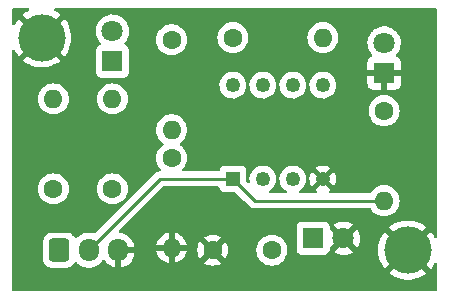
<source format=gbr>
%TF.GenerationSoftware,KiCad,Pcbnew,(6.0.8)*%
%TF.CreationDate,2022-11-29T14:55:50+01:00*%
%TF.ProjectId,l_g_d,6c5f675f-642e-46b6-9963-61645f706362,rev?*%
%TF.SameCoordinates,Original*%
%TF.FileFunction,Copper,L2,Bot*%
%TF.FilePolarity,Positive*%
%FSLAX46Y46*%
G04 Gerber Fmt 4.6, Leading zero omitted, Abs format (unit mm)*
G04 Created by KiCad (PCBNEW (6.0.8)) date 2022-11-29 14:55:50*
%MOMM*%
%LPD*%
G01*
G04 APERTURE LIST*
G04 Aperture macros list*
%AMRoundRect*
0 Rectangle with rounded corners*
0 $1 Rounding radius*
0 $2 $3 $4 $5 $6 $7 $8 $9 X,Y pos of 4 corners*
0 Add a 4 corners polygon primitive as box body*
4,1,4,$2,$3,$4,$5,$6,$7,$8,$9,$2,$3,0*
0 Add four circle primitives for the rounded corners*
1,1,$1+$1,$2,$3*
1,1,$1+$1,$4,$5*
1,1,$1+$1,$6,$7*
1,1,$1+$1,$8,$9*
0 Add four rect primitives between the rounded corners*
20,1,$1+$1,$2,$3,$4,$5,0*
20,1,$1+$1,$4,$5,$6,$7,0*
20,1,$1+$1,$6,$7,$8,$9,0*
20,1,$1+$1,$8,$9,$2,$3,0*%
G04 Aperture macros list end*
%TA.AperFunction,ComponentPad*%
%ADD10RoundRect,0.250000X-0.600000X-0.725000X0.600000X-0.725000X0.600000X0.725000X-0.600000X0.725000X0*%
%TD*%
%TA.AperFunction,ComponentPad*%
%ADD11O,1.700000X1.950000*%
%TD*%
%TA.AperFunction,ComponentPad*%
%ADD12R,1.800000X1.800000*%
%TD*%
%TA.AperFunction,ComponentPad*%
%ADD13C,1.800000*%
%TD*%
%TA.AperFunction,ComponentPad*%
%ADD14C,1.600000*%
%TD*%
%TA.AperFunction,ComponentPad*%
%ADD15O,1.600000X1.600000*%
%TD*%
%TA.AperFunction,ComponentPad*%
%ADD16R,1.250000X1.250000*%
%TD*%
%TA.AperFunction,ComponentPad*%
%ADD17C,1.250000*%
%TD*%
%TA.AperFunction,ComponentPad*%
%ADD18C,4.000000*%
%TD*%
%TA.AperFunction,Conductor*%
%ADD19C,0.250000*%
%TD*%
G04 APERTURE END LIST*
D10*
%TO.P,J1,1,Pin_1*%
%TO.N,VCC*%
X155500000Y-79000000D03*
D11*
%TO.P,J1,2,Pin_2*%
%TO.N,Net-(J1-Pad2)*%
X158000000Y-79000000D03*
%TO.P,J1,3,Pin_3*%
%TO.N,GND*%
X160500000Y-79000000D03*
%TD*%
D12*
%TO.P,D1,1,K*%
%TO.N,Net-(D1-Pad1)*%
X160000000Y-63000000D03*
D13*
%TO.P,D1,2,A*%
%TO.N,VCC*%
X160000000Y-60460000D03*
%TD*%
D14*
%TO.P,10k,1*%
%TO.N,VCC*%
X165000000Y-61190000D03*
D15*
%TO.P,10k,2*%
%TO.N,Net-(C1-Pad2)*%
X165000000Y-68810000D03*
%TD*%
D12*
%TO.P,IRE,1,K*%
%TO.N,GND*%
X183000000Y-64000000D03*
D13*
%TO.P,IRE,2,A*%
%TO.N,Net-(IRLED1-Pad2)*%
X183000000Y-61460000D03*
%TD*%
D14*
%TO.P,10k,1*%
%TO.N,VCC*%
X183000000Y-67190000D03*
D15*
%TO.P,10k,2*%
%TO.N,Net-(J1-Pad2)*%
X183000000Y-74810000D03*
%TD*%
D16*
%TO.P,U1,1,1OUT*%
%TO.N,Net-(J1-Pad2)*%
X170190000Y-72970000D03*
D17*
%TO.P,U1,2,1IN\u2212*%
%TO.N,Net-(C1-Pad2)*%
X172730000Y-72970000D03*
%TO.P,U1,3,1IN+*%
%TO.N,Net-(Q1-Pad1)*%
X175270000Y-72970000D03*
%TO.P,U1,4,GND*%
%TO.N,GND*%
X177810000Y-72970000D03*
%TO.P,U1,5*%
%TO.N,N/C*%
X177810000Y-65030000D03*
%TO.P,U1,6*%
X175270000Y-65030000D03*
%TO.P,U1,7*%
X172730000Y-65030000D03*
%TO.P,U1,8,VCC*%
%TO.N,VCC*%
X170190000Y-65030000D03*
%TD*%
D14*
%TO.P,C1,1*%
%TO.N,GND*%
X168500000Y-79000000D03*
%TO.P,C1,2*%
%TO.N,Net-(C1-Pad2)*%
X173500000Y-79000000D03*
%TD*%
D18*
%TO.P,REF\u002A\u002A,1*%
%TO.N,GND*%
X185000000Y-79000000D03*
%TD*%
D12*
%TO.P,IRR,1,C*%
%TO.N,Net-(Q1-Pad1)*%
X177000000Y-78000000D03*
D13*
%TO.P,IRR,2,E*%
%TO.N,GND*%
X179540000Y-78000000D03*
%TD*%
D14*
%TO.P,10k,1*%
%TO.N,Net-(Q1-Pad1)*%
X155000000Y-73810000D03*
D15*
%TO.P,10k,2*%
%TO.N,VCC*%
X155000000Y-66190000D03*
%TD*%
D14*
%TO.P,1k,1*%
%TO.N,VCC*%
X170190000Y-61000000D03*
D15*
%TO.P,1k,2*%
%TO.N,Net-(IRLED1-Pad2)*%
X177810000Y-61000000D03*
%TD*%
D18*
%TO.P,,1*%
%TO.N,GND*%
X154000000Y-61000000D03*
%TD*%
D14*
%TO.P,1k,1*%
%TO.N,Net-(D1-Pad1)*%
X160000000Y-73810000D03*
D15*
%TO.P,1k,2*%
%TO.N,Net-(J1-Pad2)*%
X160000000Y-66190000D03*
%TD*%
D14*
%TO.P,RD2,1*%
%TO.N,Net-(C1-Pad2)*%
X165000000Y-71190000D03*
D15*
%TO.P,RD2,2*%
%TO.N,GND*%
X165000000Y-78810000D03*
%TD*%
D19*
%TO.N,GND*%
X170500000Y-81000000D02*
X168500000Y-79000000D01*
X176540000Y-81000000D02*
X170500000Y-81000000D01*
X179540000Y-78000000D02*
X176540000Y-81000000D01*
%TO.N,Net-(J1-Pad2)*%
X164030000Y-72970000D02*
X158000000Y-79000000D01*
X170190000Y-72970000D02*
X164030000Y-72970000D01*
X183000000Y-74810000D02*
X172030000Y-74810000D01*
X172030000Y-74810000D02*
X170190000Y-72970000D01*
%TD*%
%TA.AperFunction,Conductor*%
%TO.N,GND*%
G36*
X152903424Y-58528502D02*
G01*
X152949917Y-58582158D01*
X152960021Y-58652432D01*
X152930527Y-58717012D01*
X152896004Y-58744915D01*
X152656961Y-58876330D01*
X152650281Y-58880570D01*
X152427177Y-59042664D01*
X152418754Y-59053587D01*
X152425658Y-59066448D01*
X153987188Y-60627978D01*
X154001132Y-60635592D01*
X154002965Y-60635461D01*
X154009580Y-60631210D01*
X155574666Y-59066124D01*
X155581279Y-59054013D01*
X155572452Y-59042395D01*
X155349719Y-58880570D01*
X155343039Y-58876330D01*
X155103996Y-58744915D01*
X155053937Y-58694569D01*
X155039044Y-58625152D01*
X155064045Y-58558703D01*
X155121002Y-58516319D01*
X155164697Y-58508500D01*
X187365500Y-58508500D01*
X187433621Y-58528502D01*
X187480114Y-58582158D01*
X187491500Y-58634500D01*
X187491500Y-77840640D01*
X187471498Y-77908761D01*
X187417842Y-77955254D01*
X187347568Y-77965358D01*
X187282988Y-77935864D01*
X187251492Y-77894288D01*
X187203810Y-77792959D01*
X187199999Y-77786026D01*
X187035149Y-77526264D01*
X187030505Y-77519871D01*
X186955503Y-77429210D01*
X186942986Y-77420755D01*
X186932248Y-77426962D01*
X185372022Y-78987188D01*
X185364408Y-79001132D01*
X185364539Y-79002965D01*
X185368790Y-79009580D01*
X186931145Y-80571935D01*
X186944407Y-80579177D01*
X186954512Y-80571988D01*
X187030505Y-80480129D01*
X187035149Y-80473736D01*
X187199999Y-80213974D01*
X187203810Y-80207041D01*
X187251492Y-80105712D01*
X187298594Y-80052591D01*
X187366939Y-80033368D01*
X187434827Y-80054147D01*
X187480704Y-80108330D01*
X187491500Y-80159360D01*
X187491500Y-82365500D01*
X187471498Y-82433621D01*
X187417842Y-82480114D01*
X187365500Y-82491500D01*
X151634500Y-82491500D01*
X151566379Y-82471498D01*
X151519886Y-82417842D01*
X151508500Y-82365500D01*
X151508500Y-80945987D01*
X183418721Y-80945987D01*
X183427548Y-80957605D01*
X183650281Y-81119430D01*
X183656961Y-81123670D01*
X183926572Y-81271890D01*
X183933707Y-81275247D01*
X184219770Y-81388508D01*
X184227296Y-81390953D01*
X184525279Y-81467462D01*
X184533050Y-81468945D01*
X184838278Y-81507503D01*
X184846169Y-81508000D01*
X185153831Y-81508000D01*
X185161722Y-81507503D01*
X185466950Y-81468945D01*
X185474721Y-81467462D01*
X185772704Y-81390953D01*
X185780230Y-81388508D01*
X186066293Y-81275247D01*
X186073428Y-81271890D01*
X186343039Y-81123670D01*
X186349719Y-81119430D01*
X186572823Y-80957336D01*
X186581246Y-80946413D01*
X186574342Y-80933552D01*
X185012812Y-79372022D01*
X184998868Y-79364408D01*
X184997035Y-79364539D01*
X184990420Y-79368790D01*
X183425334Y-80933876D01*
X183418721Y-80945987D01*
X151508500Y-80945987D01*
X151508500Y-79775400D01*
X154141500Y-79775400D01*
X154141837Y-79778646D01*
X154141837Y-79778650D01*
X154149991Y-79857232D01*
X154152474Y-79881166D01*
X154154655Y-79887702D01*
X154154655Y-79887704D01*
X154186405Y-79982870D01*
X154208450Y-80048946D01*
X154301522Y-80199348D01*
X154306704Y-80204521D01*
X154324935Y-80222720D01*
X154426697Y-80324305D01*
X154432927Y-80328145D01*
X154432928Y-80328146D01*
X154570090Y-80412694D01*
X154577262Y-80417115D01*
X154612938Y-80428948D01*
X154738611Y-80470632D01*
X154738613Y-80470632D01*
X154745139Y-80472797D01*
X154751975Y-80473497D01*
X154751978Y-80473498D01*
X154787663Y-80477154D01*
X154849600Y-80483500D01*
X156150400Y-80483500D01*
X156153646Y-80483163D01*
X156153650Y-80483163D01*
X156249308Y-80473238D01*
X156249312Y-80473237D01*
X156256166Y-80472526D01*
X156262702Y-80470345D01*
X156262704Y-80470345D01*
X156394806Y-80426272D01*
X156423946Y-80416550D01*
X156574348Y-80323478D01*
X156699305Y-80198303D01*
X156789081Y-80052660D01*
X156841852Y-80005168D01*
X156911924Y-79993744D01*
X156977048Y-80022018D01*
X156987510Y-80031805D01*
X157027348Y-80073566D01*
X157096576Y-80146135D01*
X157281542Y-80283754D01*
X157286293Y-80286170D01*
X157286297Y-80286172D01*
X157339102Y-80313019D01*
X157487051Y-80388240D01*
X157492145Y-80389822D01*
X157492148Y-80389823D01*
X157657583Y-80441192D01*
X157707227Y-80456607D01*
X157712516Y-80457308D01*
X157930489Y-80486198D01*
X157930494Y-80486198D01*
X157935774Y-80486898D01*
X157941103Y-80486698D01*
X157941105Y-80486698D01*
X158050966Y-80482574D01*
X158166158Y-80478249D01*
X158188802Y-80473498D01*
X158386572Y-80432002D01*
X158391791Y-80430907D01*
X158396750Y-80428949D01*
X158396752Y-80428948D01*
X158601256Y-80348185D01*
X158601258Y-80348184D01*
X158606221Y-80346224D01*
X158611525Y-80343006D01*
X158798757Y-80229390D01*
X158798756Y-80229390D01*
X158803317Y-80226623D01*
X158880831Y-80159360D01*
X158973412Y-80079023D01*
X158973414Y-80079021D01*
X158977445Y-80075523D01*
X159035133Y-80005168D01*
X159120240Y-79901373D01*
X159120244Y-79901367D01*
X159123624Y-79897245D01*
X159136681Y-79874308D01*
X159141829Y-79865265D01*
X159192912Y-79815959D01*
X159262542Y-79802098D01*
X159328613Y-79828082D01*
X159355851Y-79857232D01*
X159434852Y-79974578D01*
X159441519Y-79982870D01*
X159593228Y-80141900D01*
X159601186Y-80148941D01*
X159777525Y-80280141D01*
X159786562Y-80285745D01*
X159982484Y-80385357D01*
X159992335Y-80389357D01*
X160202240Y-80454534D01*
X160212624Y-80456817D01*
X160228043Y-80458861D01*
X160242207Y-80456665D01*
X160246000Y-80443478D01*
X160246000Y-80441192D01*
X160754000Y-80441192D01*
X160757973Y-80454723D01*
X160768580Y-80456248D01*
X160886421Y-80431523D01*
X160896617Y-80428463D01*
X161101029Y-80347737D01*
X161110561Y-80343006D01*
X161298462Y-80228984D01*
X161307052Y-80222720D01*
X161473052Y-80078673D01*
X161480472Y-80071042D01*
X161619826Y-79901089D01*
X161625850Y-79892322D01*
X161734576Y-79701318D01*
X161739041Y-79691654D01*
X161814031Y-79485059D01*
X161816802Y-79474792D01*
X161853504Y-79271826D01*
X161852085Y-79258586D01*
X161837450Y-79254000D01*
X160772115Y-79254000D01*
X160756876Y-79258475D01*
X160755671Y-79259865D01*
X160754000Y-79267548D01*
X160754000Y-80441192D01*
X160246000Y-80441192D01*
X160246000Y-79076522D01*
X163717273Y-79076522D01*
X163764764Y-79253761D01*
X163768510Y-79264053D01*
X163860586Y-79461511D01*
X163866069Y-79471007D01*
X163991028Y-79649467D01*
X163998084Y-79657875D01*
X164152125Y-79811916D01*
X164160533Y-79818972D01*
X164338993Y-79943931D01*
X164348489Y-79949414D01*
X164545947Y-80041490D01*
X164556239Y-80045236D01*
X164728503Y-80091394D01*
X164742599Y-80091058D01*
X164746000Y-80083116D01*
X164746000Y-80077967D01*
X165254000Y-80077967D01*
X165257973Y-80091498D01*
X165266522Y-80092727D01*
X165291396Y-80086062D01*
X167778493Y-80086062D01*
X167787789Y-80098077D01*
X167838994Y-80133931D01*
X167848489Y-80139414D01*
X168045947Y-80231490D01*
X168056239Y-80235236D01*
X168266688Y-80291625D01*
X168277481Y-80293528D01*
X168494525Y-80312517D01*
X168505475Y-80312517D01*
X168722519Y-80293528D01*
X168733312Y-80291625D01*
X168943761Y-80235236D01*
X168954053Y-80231490D01*
X169151511Y-80139414D01*
X169161006Y-80133931D01*
X169213048Y-80097491D01*
X169221424Y-80087012D01*
X169214356Y-80073566D01*
X168512812Y-79372022D01*
X168498868Y-79364408D01*
X168497035Y-79364539D01*
X168490420Y-79368790D01*
X167784923Y-80074287D01*
X167778493Y-80086062D01*
X165291396Y-80086062D01*
X165443761Y-80045236D01*
X165454053Y-80041490D01*
X165651511Y-79949414D01*
X165661007Y-79943931D01*
X165839467Y-79818972D01*
X165847875Y-79811916D01*
X166001916Y-79657875D01*
X166008972Y-79649467D01*
X166133931Y-79471007D01*
X166139414Y-79461511D01*
X166231490Y-79264053D01*
X166235236Y-79253761D01*
X166281394Y-79081497D01*
X166281058Y-79067401D01*
X166273116Y-79064000D01*
X165272115Y-79064000D01*
X165256876Y-79068475D01*
X165255671Y-79069865D01*
X165254000Y-79077548D01*
X165254000Y-80077967D01*
X164746000Y-80077967D01*
X164746000Y-79082115D01*
X164741525Y-79066876D01*
X164740135Y-79065671D01*
X164732452Y-79064000D01*
X163732033Y-79064000D01*
X163718502Y-79067973D01*
X163717273Y-79076522D01*
X160246000Y-79076522D01*
X160246000Y-79005475D01*
X167187483Y-79005475D01*
X167206472Y-79222519D01*
X167208375Y-79233312D01*
X167264764Y-79443761D01*
X167268510Y-79454053D01*
X167360586Y-79651511D01*
X167366069Y-79661006D01*
X167402509Y-79713048D01*
X167412988Y-79721424D01*
X167426434Y-79714356D01*
X168127978Y-79012812D01*
X168134356Y-79001132D01*
X168864408Y-79001132D01*
X168864539Y-79002965D01*
X168868790Y-79009580D01*
X169574287Y-79715077D01*
X169586062Y-79721507D01*
X169598077Y-79712211D01*
X169633931Y-79661006D01*
X169639414Y-79651511D01*
X169731490Y-79454053D01*
X169735236Y-79443761D01*
X169791625Y-79233312D01*
X169793528Y-79222519D01*
X169812517Y-79005475D01*
X169812517Y-79000000D01*
X172186502Y-79000000D01*
X172206457Y-79228087D01*
X172207881Y-79233400D01*
X172207881Y-79233402D01*
X172255518Y-79411182D01*
X172265716Y-79449243D01*
X172268039Y-79454224D01*
X172268039Y-79454225D01*
X172360151Y-79651762D01*
X172360154Y-79651767D01*
X172362477Y-79656749D01*
X172393685Y-79701318D01*
X172445558Y-79775400D01*
X172493802Y-79844300D01*
X172655700Y-80006198D01*
X172660208Y-80009355D01*
X172660211Y-80009357D01*
X172711452Y-80045236D01*
X172843251Y-80137523D01*
X172848233Y-80139846D01*
X172848238Y-80139849D01*
X173044765Y-80231490D01*
X173050757Y-80234284D01*
X173056065Y-80235706D01*
X173056067Y-80235707D01*
X173266598Y-80292119D01*
X173266600Y-80292119D01*
X173271913Y-80293543D01*
X173500000Y-80313498D01*
X173728087Y-80293543D01*
X173733400Y-80292119D01*
X173733402Y-80292119D01*
X173943933Y-80235707D01*
X173943935Y-80235706D01*
X173949243Y-80234284D01*
X173955235Y-80231490D01*
X174151762Y-80139849D01*
X174151767Y-80139846D01*
X174156749Y-80137523D01*
X174288548Y-80045236D01*
X174339789Y-80009357D01*
X174339792Y-80009355D01*
X174344300Y-80006198D01*
X174506198Y-79844300D01*
X174554443Y-79775400D01*
X174606315Y-79701318D01*
X174637523Y-79656749D01*
X174639846Y-79651767D01*
X174639849Y-79651762D01*
X174731961Y-79454225D01*
X174731961Y-79454224D01*
X174734284Y-79449243D01*
X174744483Y-79411182D01*
X174792119Y-79233402D01*
X174792119Y-79233400D01*
X174793543Y-79228087D01*
X174813498Y-79000000D01*
X174808960Y-78948134D01*
X175591500Y-78948134D01*
X175598255Y-79010316D01*
X175649385Y-79146705D01*
X175736739Y-79263261D01*
X175853295Y-79350615D01*
X175989684Y-79401745D01*
X176051866Y-79408500D01*
X177948134Y-79408500D01*
X178010316Y-79401745D01*
X178146705Y-79350615D01*
X178263261Y-79263261D01*
X178339597Y-79161406D01*
X178743423Y-79161406D01*
X178748704Y-79168461D01*
X178925080Y-79271527D01*
X178934363Y-79275974D01*
X179141003Y-79354883D01*
X179150901Y-79357759D01*
X179367653Y-79401857D01*
X179377883Y-79403076D01*
X179598914Y-79411182D01*
X179609223Y-79410714D01*
X179828623Y-79382608D01*
X179838688Y-79380468D01*
X180050557Y-79316905D01*
X180060152Y-79313144D01*
X180258778Y-79215838D01*
X180267636Y-79210559D01*
X180325097Y-79169572D01*
X180333497Y-79158874D01*
X180326510Y-79145721D01*
X180184747Y-79003958D01*
X182487290Y-79003958D01*
X182506607Y-79310994D01*
X182507600Y-79318855D01*
X182565246Y-79621046D01*
X182567217Y-79628723D01*
X182662284Y-79921309D01*
X182665199Y-79928672D01*
X182796189Y-80207041D01*
X182800001Y-80213974D01*
X182964851Y-80473736D01*
X182969495Y-80480129D01*
X183044497Y-80570790D01*
X183057014Y-80579245D01*
X183067752Y-80573038D01*
X184627978Y-79012812D01*
X184635592Y-78998868D01*
X184635461Y-78997035D01*
X184631210Y-78990420D01*
X183068855Y-77428065D01*
X183055593Y-77420823D01*
X183045488Y-77428012D01*
X182969495Y-77519871D01*
X182964851Y-77526264D01*
X182800001Y-77786026D01*
X182796189Y-77792959D01*
X182665199Y-78071328D01*
X182662284Y-78078691D01*
X182567217Y-78371277D01*
X182565246Y-78378954D01*
X182507600Y-78681145D01*
X182506607Y-78689006D01*
X182487290Y-78996042D01*
X182487290Y-79003958D01*
X180184747Y-79003958D01*
X179552811Y-78372021D01*
X179538868Y-78364408D01*
X179537034Y-78364539D01*
X179530420Y-78368790D01*
X178750180Y-79149031D01*
X178743423Y-79161406D01*
X178339597Y-79161406D01*
X178350615Y-79146705D01*
X178401745Y-79010316D01*
X178408500Y-78948134D01*
X178408500Y-78824480D01*
X178428502Y-78756359D01*
X178445405Y-78735384D01*
X179167979Y-78012811D01*
X179174356Y-78001132D01*
X179904408Y-78001132D01*
X179904539Y-78002966D01*
X179908790Y-78009580D01*
X180686307Y-78787096D01*
X180698313Y-78793652D01*
X180710052Y-78784684D01*
X180748010Y-78731859D01*
X180753321Y-78723020D01*
X180851318Y-78524737D01*
X180855117Y-78515142D01*
X180919415Y-78303517D01*
X180921594Y-78293436D01*
X180950702Y-78072338D01*
X180951221Y-78065663D01*
X180952744Y-78003364D01*
X180952550Y-77996646D01*
X180934279Y-77774400D01*
X180932596Y-77764238D01*
X180878710Y-77549708D01*
X180875389Y-77539953D01*
X180787193Y-77337118D01*
X180782315Y-77328020D01*
X180709224Y-77215038D01*
X180698538Y-77205835D01*
X180688973Y-77210238D01*
X179912021Y-77987189D01*
X179904408Y-78001132D01*
X179174356Y-78001132D01*
X179175592Y-77998868D01*
X179175461Y-77997034D01*
X179171210Y-77990420D01*
X178445405Y-77264616D01*
X178411380Y-77202303D01*
X178408500Y-77175520D01*
X178408500Y-77051866D01*
X178401745Y-76989684D01*
X178350615Y-76853295D01*
X178341184Y-76840711D01*
X178745508Y-76840711D01*
X178752251Y-76853040D01*
X179527189Y-77627979D01*
X179541132Y-77635592D01*
X179542966Y-77635461D01*
X179549580Y-77631210D01*
X180127202Y-77053587D01*
X183418754Y-77053587D01*
X183425658Y-77066448D01*
X184987188Y-78627978D01*
X185001132Y-78635592D01*
X185002965Y-78635461D01*
X185009580Y-78631210D01*
X186574666Y-77066124D01*
X186581279Y-77054013D01*
X186572452Y-77042395D01*
X186349719Y-76880570D01*
X186343039Y-76876330D01*
X186073428Y-76728110D01*
X186066293Y-76724753D01*
X185780230Y-76611492D01*
X185772704Y-76609047D01*
X185474721Y-76532538D01*
X185466950Y-76531055D01*
X185161722Y-76492497D01*
X185153831Y-76492000D01*
X184846169Y-76492000D01*
X184838278Y-76492497D01*
X184533050Y-76531055D01*
X184525279Y-76532538D01*
X184227296Y-76609047D01*
X184219770Y-76611492D01*
X183933707Y-76724753D01*
X183926572Y-76728110D01*
X183656961Y-76876330D01*
X183650281Y-76880570D01*
X183427177Y-77042664D01*
X183418754Y-77053587D01*
X180127202Y-77053587D01*
X180328994Y-76851795D01*
X180336011Y-76838944D01*
X180328237Y-76828274D01*
X180325902Y-76826430D01*
X180317320Y-76820729D01*
X180123678Y-76713833D01*
X180114272Y-76709606D01*
X179905772Y-76635772D01*
X179895809Y-76633140D01*
X179678047Y-76594350D01*
X179667796Y-76593381D01*
X179446616Y-76590679D01*
X179436332Y-76591399D01*
X179217693Y-76624855D01*
X179207666Y-76627244D01*
X178997426Y-76695961D01*
X178987916Y-76699958D01*
X178791725Y-76802089D01*
X178783007Y-76807578D01*
X178753961Y-76829386D01*
X178745508Y-76840711D01*
X178341184Y-76840711D01*
X178263261Y-76736739D01*
X178146705Y-76649385D01*
X178010316Y-76598255D01*
X177948134Y-76591500D01*
X176051866Y-76591500D01*
X175989684Y-76598255D01*
X175853295Y-76649385D01*
X175736739Y-76736739D01*
X175649385Y-76853295D01*
X175598255Y-76989684D01*
X175591500Y-77051866D01*
X175591500Y-78948134D01*
X174808960Y-78948134D01*
X174793543Y-78771913D01*
X174792119Y-78766598D01*
X174735707Y-78556067D01*
X174735706Y-78556065D01*
X174734284Y-78550757D01*
X174717677Y-78515142D01*
X174639849Y-78348238D01*
X174639846Y-78348233D01*
X174637523Y-78343251D01*
X174556695Y-78227817D01*
X174509357Y-78160211D01*
X174509355Y-78160208D01*
X174506198Y-78155700D01*
X174344300Y-77993802D01*
X174339792Y-77990645D01*
X174339789Y-77990643D01*
X174213920Y-77902509D01*
X174156749Y-77862477D01*
X174151767Y-77860154D01*
X174151762Y-77860151D01*
X173954225Y-77768039D01*
X173954224Y-77768039D01*
X173949243Y-77765716D01*
X173943935Y-77764294D01*
X173943933Y-77764293D01*
X173733402Y-77707881D01*
X173733400Y-77707881D01*
X173728087Y-77706457D01*
X173500000Y-77686502D01*
X173271913Y-77706457D01*
X173266600Y-77707881D01*
X173266598Y-77707881D01*
X173056067Y-77764293D01*
X173056065Y-77764294D01*
X173050757Y-77765716D01*
X173045776Y-77768039D01*
X173045775Y-77768039D01*
X172848238Y-77860151D01*
X172848233Y-77860154D01*
X172843251Y-77862477D01*
X172786080Y-77902509D01*
X172660211Y-77990643D01*
X172660208Y-77990645D01*
X172655700Y-77993802D01*
X172493802Y-78155700D01*
X172490645Y-78160208D01*
X172490643Y-78160211D01*
X172443305Y-78227817D01*
X172362477Y-78343251D01*
X172360154Y-78348233D01*
X172360151Y-78348238D01*
X172282323Y-78515142D01*
X172265716Y-78550757D01*
X172264294Y-78556065D01*
X172264293Y-78556067D01*
X172207881Y-78766598D01*
X172206457Y-78771913D01*
X172186502Y-79000000D01*
X169812517Y-79000000D01*
X169812517Y-78994525D01*
X169793528Y-78777481D01*
X169791625Y-78766688D01*
X169735236Y-78556239D01*
X169731490Y-78545947D01*
X169639414Y-78348489D01*
X169633931Y-78338994D01*
X169597491Y-78286952D01*
X169587012Y-78278576D01*
X169573566Y-78285644D01*
X168872022Y-78987188D01*
X168864408Y-79001132D01*
X168134356Y-79001132D01*
X168135592Y-78998868D01*
X168135461Y-78997035D01*
X168131210Y-78990420D01*
X167425713Y-78284923D01*
X167413938Y-78278493D01*
X167401923Y-78287789D01*
X167366069Y-78338994D01*
X167360586Y-78348489D01*
X167268510Y-78545947D01*
X167264764Y-78556239D01*
X167208375Y-78766688D01*
X167206472Y-78777481D01*
X167187483Y-78994525D01*
X167187483Y-79005475D01*
X160246000Y-79005475D01*
X160246000Y-78872000D01*
X160266002Y-78803879D01*
X160319658Y-78757386D01*
X160372000Y-78746000D01*
X161833849Y-78746000D01*
X161848527Y-78741690D01*
X161850590Y-78729807D01*
X161843876Y-78650675D01*
X161842086Y-78640203D01*
X161815690Y-78538503D01*
X163718606Y-78538503D01*
X163718942Y-78552599D01*
X163726884Y-78556000D01*
X164727885Y-78556000D01*
X164743124Y-78551525D01*
X164744329Y-78550135D01*
X164746000Y-78542452D01*
X164746000Y-78537885D01*
X165254000Y-78537885D01*
X165258475Y-78553124D01*
X165259865Y-78554329D01*
X165267548Y-78556000D01*
X166267967Y-78556000D01*
X166281498Y-78552027D01*
X166282727Y-78543478D01*
X166235236Y-78366239D01*
X166231490Y-78355947D01*
X166139414Y-78158489D01*
X166133929Y-78148990D01*
X166008972Y-77970533D01*
X166001916Y-77962125D01*
X165952779Y-77912988D01*
X167778576Y-77912988D01*
X167785644Y-77926434D01*
X168487188Y-78627978D01*
X168501132Y-78635592D01*
X168502965Y-78635461D01*
X168509580Y-78631210D01*
X169215077Y-77925713D01*
X169221507Y-77913938D01*
X169212211Y-77901923D01*
X169161006Y-77866069D01*
X169151511Y-77860586D01*
X168954053Y-77768510D01*
X168943761Y-77764764D01*
X168733312Y-77708375D01*
X168722519Y-77706472D01*
X168505475Y-77687483D01*
X168494525Y-77687483D01*
X168277481Y-77706472D01*
X168266688Y-77708375D01*
X168056239Y-77764764D01*
X168045947Y-77768510D01*
X167848489Y-77860586D01*
X167838994Y-77866069D01*
X167786952Y-77902509D01*
X167778576Y-77912988D01*
X165952779Y-77912988D01*
X165847875Y-77808084D01*
X165839467Y-77801028D01*
X165661007Y-77676069D01*
X165651511Y-77670586D01*
X165454053Y-77578510D01*
X165443761Y-77574764D01*
X165271497Y-77528606D01*
X165257401Y-77528942D01*
X165254000Y-77536884D01*
X165254000Y-78537885D01*
X164746000Y-78537885D01*
X164746000Y-77542033D01*
X164742027Y-77528502D01*
X164733478Y-77527273D01*
X164556239Y-77574764D01*
X164545947Y-77578510D01*
X164348489Y-77670586D01*
X164338993Y-77676069D01*
X164160533Y-77801028D01*
X164152125Y-77808084D01*
X163998084Y-77962125D01*
X163991028Y-77970533D01*
X163866071Y-78148990D01*
X163860586Y-78158489D01*
X163768510Y-78355947D01*
X163764764Y-78366239D01*
X163718606Y-78538503D01*
X161815690Y-78538503D01*
X161786870Y-78427465D01*
X161783335Y-78417425D01*
X161693063Y-78217030D01*
X161687894Y-78207744D01*
X161565150Y-78025425D01*
X161558481Y-78017130D01*
X161406772Y-77858100D01*
X161398814Y-77851059D01*
X161222475Y-77719859D01*
X161213438Y-77714255D01*
X161017516Y-77614643D01*
X161007665Y-77610643D01*
X160797760Y-77545466D01*
X160787376Y-77543183D01*
X160656597Y-77525849D01*
X160591695Y-77497069D01*
X160552656Y-77437770D01*
X160551873Y-77366778D01*
X160584058Y-77311846D01*
X161850198Y-76045707D01*
X164255500Y-73640405D01*
X164317812Y-73606379D01*
X164344595Y-73603500D01*
X168940507Y-73603500D01*
X169008628Y-73623502D01*
X169055121Y-73677158D01*
X169062543Y-73698763D01*
X169063255Y-73705316D01*
X169066027Y-73712711D01*
X169066028Y-73712714D01*
X169100176Y-73803802D01*
X169114385Y-73841705D01*
X169201739Y-73958261D01*
X169318295Y-74045615D01*
X169454684Y-74096745D01*
X169516866Y-74103500D01*
X170375406Y-74103500D01*
X170443527Y-74123502D01*
X170464501Y-74140405D01*
X171128620Y-74804525D01*
X171526348Y-75202253D01*
X171533888Y-75210539D01*
X171538000Y-75217018D01*
X171543777Y-75222443D01*
X171587651Y-75263643D01*
X171590493Y-75266398D01*
X171610230Y-75286135D01*
X171613427Y-75288615D01*
X171622447Y-75296318D01*
X171654679Y-75326586D01*
X171661625Y-75330405D01*
X171661628Y-75330407D01*
X171672434Y-75336348D01*
X171688953Y-75347199D01*
X171704959Y-75359614D01*
X171712228Y-75362759D01*
X171712232Y-75362762D01*
X171745537Y-75377174D01*
X171756187Y-75382391D01*
X171794940Y-75403695D01*
X171802615Y-75405666D01*
X171802616Y-75405666D01*
X171814562Y-75408733D01*
X171833267Y-75415137D01*
X171851855Y-75423181D01*
X171859678Y-75424420D01*
X171859688Y-75424423D01*
X171895524Y-75430099D01*
X171907144Y-75432505D01*
X171942289Y-75441528D01*
X171949970Y-75443500D01*
X171970224Y-75443500D01*
X171989934Y-75445051D01*
X172009943Y-75448220D01*
X172017835Y-75447474D01*
X172053961Y-75444059D01*
X172065819Y-75443500D01*
X181780606Y-75443500D01*
X181848727Y-75463502D01*
X181883819Y-75497229D01*
X181993802Y-75654300D01*
X182155700Y-75816198D01*
X182160208Y-75819355D01*
X182160211Y-75819357D01*
X182238389Y-75874098D01*
X182343251Y-75947523D01*
X182348233Y-75949846D01*
X182348238Y-75949849D01*
X182545775Y-76041961D01*
X182550757Y-76044284D01*
X182556065Y-76045706D01*
X182556067Y-76045707D01*
X182766598Y-76102119D01*
X182766600Y-76102119D01*
X182771913Y-76103543D01*
X183000000Y-76123498D01*
X183228087Y-76103543D01*
X183233400Y-76102119D01*
X183233402Y-76102119D01*
X183443933Y-76045707D01*
X183443935Y-76045706D01*
X183449243Y-76044284D01*
X183454225Y-76041961D01*
X183651762Y-75949849D01*
X183651767Y-75949846D01*
X183656749Y-75947523D01*
X183761611Y-75874098D01*
X183839789Y-75819357D01*
X183839792Y-75819355D01*
X183844300Y-75816198D01*
X184006198Y-75654300D01*
X184137523Y-75466749D01*
X184139846Y-75461767D01*
X184139849Y-75461762D01*
X184231961Y-75264225D01*
X184231961Y-75264224D01*
X184234284Y-75259243D01*
X184270786Y-75123019D01*
X184292119Y-75043402D01*
X184292119Y-75043400D01*
X184293543Y-75038087D01*
X184313498Y-74810000D01*
X184293543Y-74581913D01*
X184262685Y-74466749D01*
X184235707Y-74366067D01*
X184235706Y-74366065D01*
X184234284Y-74360757D01*
X184186948Y-74259243D01*
X184139849Y-74158238D01*
X184139846Y-74158233D01*
X184137523Y-74153251D01*
X184006198Y-73965700D01*
X183844300Y-73803802D01*
X183839792Y-73800645D01*
X183839789Y-73800643D01*
X183714213Y-73712714D01*
X183656749Y-73672477D01*
X183651767Y-73670154D01*
X183651762Y-73670151D01*
X183454225Y-73578039D01*
X183454224Y-73578039D01*
X183449243Y-73575716D01*
X183443935Y-73574294D01*
X183443933Y-73574293D01*
X183233402Y-73517881D01*
X183233400Y-73517881D01*
X183228087Y-73516457D01*
X183000000Y-73496502D01*
X182771913Y-73516457D01*
X182766600Y-73517881D01*
X182766598Y-73517881D01*
X182556067Y-73574293D01*
X182556065Y-73574294D01*
X182550757Y-73575716D01*
X182545776Y-73578039D01*
X182545775Y-73578039D01*
X182348238Y-73670151D01*
X182348233Y-73670154D01*
X182343251Y-73672477D01*
X182285787Y-73712714D01*
X182160211Y-73800643D01*
X182160208Y-73800645D01*
X182155700Y-73803802D01*
X181993802Y-73965700D01*
X181990645Y-73970208D01*
X181990643Y-73970211D01*
X181883819Y-74122771D01*
X181828362Y-74167099D01*
X181780606Y-74176500D01*
X178457432Y-74176500D01*
X178389311Y-74156498D01*
X178342818Y-74102842D01*
X178332714Y-74032568D01*
X178362208Y-73967988D01*
X178395866Y-73940566D01*
X178448651Y-73911005D01*
X178454691Y-73902011D01*
X178448516Y-73891359D01*
X177822812Y-73265655D01*
X177808868Y-73258041D01*
X177807035Y-73258172D01*
X177800420Y-73262423D01*
X177175458Y-73887385D01*
X177169262Y-73898731D01*
X177179145Y-73911222D01*
X177230798Y-73945735D01*
X177276326Y-74000211D01*
X177285175Y-74070654D01*
X177254534Y-74134699D01*
X177194132Y-74172010D01*
X177160797Y-74176500D01*
X175918455Y-74176500D01*
X175850334Y-74156498D01*
X175803841Y-74102842D01*
X175793737Y-74032568D01*
X175823231Y-73967988D01*
X175856889Y-73940565D01*
X175914772Y-73908149D01*
X176074939Y-73774939D01*
X176162091Y-73670151D01*
X176204458Y-73619210D01*
X176208149Y-73614772D01*
X176309940Y-73433011D01*
X176336399Y-73355066D01*
X176375047Y-73241213D01*
X176375048Y-73241208D01*
X176376903Y-73235744D01*
X176377731Y-73230035D01*
X176377732Y-73230030D01*
X176406263Y-73033251D01*
X176406796Y-73029577D01*
X176408356Y-72970000D01*
X176406149Y-72945980D01*
X176672914Y-72945980D01*
X176685777Y-73142233D01*
X176687577Y-73153601D01*
X176735991Y-73344228D01*
X176739829Y-73355066D01*
X176822172Y-73533682D01*
X176827923Y-73543643D01*
X176869472Y-73602435D01*
X176880061Y-73610823D01*
X176893363Y-73603794D01*
X177514345Y-72982812D01*
X177520723Y-72971132D01*
X178098041Y-72971132D01*
X178098172Y-72972965D01*
X178102423Y-72979580D01*
X178730199Y-73607356D01*
X178743507Y-73614623D01*
X178750327Y-73609785D01*
X178750554Y-73609454D01*
X178846662Y-73437840D01*
X178851336Y-73427343D01*
X178914557Y-73241101D01*
X178917245Y-73229905D01*
X178945762Y-73033224D01*
X178946392Y-73025843D01*
X178947757Y-72973704D01*
X178947514Y-72966305D01*
X178929330Y-72768397D01*
X178927233Y-72757083D01*
X178873846Y-72567789D01*
X178869724Y-72557050D01*
X178782734Y-72380651D01*
X178776725Y-72370847D01*
X178751342Y-72336855D01*
X178740084Y-72328406D01*
X178727664Y-72335179D01*
X178105655Y-72957188D01*
X178098041Y-72971132D01*
X177520723Y-72971132D01*
X177521959Y-72968868D01*
X177521828Y-72967035D01*
X177517577Y-72960420D01*
X176891327Y-72334170D01*
X176878487Y-72327159D01*
X176867795Y-72334956D01*
X176859294Y-72345740D01*
X176853025Y-72355392D01*
X176761449Y-72529452D01*
X176757048Y-72540076D01*
X176698724Y-72727910D01*
X176696332Y-72739164D01*
X176673215Y-72934479D01*
X176672914Y-72945980D01*
X176406149Y-72945980D01*
X176389294Y-72762551D01*
X176332747Y-72562050D01*
X176240608Y-72375211D01*
X176235076Y-72367802D01*
X176119416Y-72212915D01*
X176119415Y-72212914D01*
X176115963Y-72208291D01*
X175962987Y-72066881D01*
X175918673Y-72038921D01*
X177166666Y-72038921D01*
X177170152Y-72047309D01*
X177797188Y-72674345D01*
X177811132Y-72681959D01*
X177812965Y-72681828D01*
X177819580Y-72677577D01*
X178445230Y-72051927D01*
X178451990Y-72039547D01*
X178445960Y-72031492D01*
X178331455Y-71959244D01*
X178321212Y-71954025D01*
X178138531Y-71881143D01*
X178127504Y-71877876D01*
X177934605Y-71839506D01*
X177923159Y-71838303D01*
X177726507Y-71835730D01*
X177715027Y-71836633D01*
X177521199Y-71869938D01*
X177510079Y-71872918D01*
X177325557Y-71940992D01*
X177315179Y-71945942D01*
X177176264Y-72028588D01*
X177166666Y-72038921D01*
X175918673Y-72038921D01*
X175786803Y-71955717D01*
X175593311Y-71878522D01*
X175408507Y-71841762D01*
X175394657Y-71839007D01*
X175388991Y-71837880D01*
X175383216Y-71837804D01*
X175383212Y-71837804D01*
X175278901Y-71836439D01*
X175180686Y-71835153D01*
X175174989Y-71836132D01*
X175174988Y-71836132D01*
X174981069Y-71869454D01*
X174975372Y-71870433D01*
X174779925Y-71942537D01*
X174774964Y-71945489D01*
X174774963Y-71945489D01*
X174633268Y-72029789D01*
X174600891Y-72049051D01*
X174444266Y-72186407D01*
X174440699Y-72190932D01*
X174440694Y-72190937D01*
X174319259Y-72344977D01*
X174315294Y-72350007D01*
X174312603Y-72355123D01*
X174312601Y-72355125D01*
X174230784Y-72510634D01*
X174218296Y-72534370D01*
X174156520Y-72733322D01*
X174132034Y-72940201D01*
X174145659Y-73148078D01*
X174196938Y-73349991D01*
X174284155Y-73539178D01*
X174404387Y-73709303D01*
X174553609Y-73854669D01*
X174558405Y-73857874D01*
X174558408Y-73857876D01*
X174602572Y-73887385D01*
X174682162Y-73940565D01*
X174689899Y-73945735D01*
X174735427Y-74000212D01*
X174744275Y-74070655D01*
X174713634Y-74134699D01*
X174653232Y-74172010D01*
X174619897Y-74176500D01*
X173378455Y-74176500D01*
X173310334Y-74156498D01*
X173263841Y-74102842D01*
X173253737Y-74032568D01*
X173283231Y-73967988D01*
X173316889Y-73940565D01*
X173374772Y-73908149D01*
X173534939Y-73774939D01*
X173622091Y-73670151D01*
X173664458Y-73619210D01*
X173668149Y-73614772D01*
X173769940Y-73433011D01*
X173796399Y-73355066D01*
X173835047Y-73241213D01*
X173835048Y-73241208D01*
X173836903Y-73235744D01*
X173837731Y-73230035D01*
X173837732Y-73230030D01*
X173866263Y-73033251D01*
X173866796Y-73029577D01*
X173868356Y-72970000D01*
X173849294Y-72762551D01*
X173792747Y-72562050D01*
X173700608Y-72375211D01*
X173695076Y-72367802D01*
X173579416Y-72212915D01*
X173579415Y-72212914D01*
X173575963Y-72208291D01*
X173422987Y-72066881D01*
X173246803Y-71955717D01*
X173053311Y-71878522D01*
X172868507Y-71841762D01*
X172854657Y-71839007D01*
X172848991Y-71837880D01*
X172843216Y-71837804D01*
X172843212Y-71837804D01*
X172738901Y-71836439D01*
X172640686Y-71835153D01*
X172634989Y-71836132D01*
X172634988Y-71836132D01*
X172441069Y-71869454D01*
X172435372Y-71870433D01*
X172239925Y-71942537D01*
X172234964Y-71945489D01*
X172234963Y-71945489D01*
X172093268Y-72029789D01*
X172060891Y-72049051D01*
X171904266Y-72186407D01*
X171900699Y-72190932D01*
X171900694Y-72190937D01*
X171779259Y-72344977D01*
X171775294Y-72350007D01*
X171772603Y-72355123D01*
X171772601Y-72355125D01*
X171690784Y-72510634D01*
X171678296Y-72534370D01*
X171616520Y-72733322D01*
X171592034Y-72940201D01*
X171605659Y-73148078D01*
X171609182Y-73161949D01*
X171606562Y-73232897D01*
X171566000Y-73291166D01*
X171500375Y-73318256D01*
X171430522Y-73305566D01*
X171397963Y-73282057D01*
X171360405Y-73244499D01*
X171326379Y-73182187D01*
X171323500Y-73155404D01*
X171323500Y-72296866D01*
X171316745Y-72234684D01*
X171265615Y-72098295D01*
X171178261Y-71981739D01*
X171061705Y-71894385D01*
X170925316Y-71843255D01*
X170863134Y-71836500D01*
X169516866Y-71836500D01*
X169454684Y-71843255D01*
X169318295Y-71894385D01*
X169201739Y-71981739D01*
X169114385Y-72098295D01*
X169111233Y-72106703D01*
X169066029Y-72227285D01*
X169063255Y-72234684D01*
X169062628Y-72240453D01*
X169027874Y-72301291D01*
X168964919Y-72334113D01*
X168940507Y-72336500D01*
X166008188Y-72336500D01*
X165940067Y-72316498D01*
X165893574Y-72262842D01*
X165883470Y-72192568D01*
X165912964Y-72127988D01*
X165919093Y-72121405D01*
X166006198Y-72034300D01*
X166137523Y-71846749D01*
X166139846Y-71841767D01*
X166139849Y-71841762D01*
X166231961Y-71644225D01*
X166231961Y-71644224D01*
X166234284Y-71639243D01*
X166293543Y-71418087D01*
X166313498Y-71190000D01*
X166293543Y-70961913D01*
X166234284Y-70740757D01*
X166231961Y-70735775D01*
X166139849Y-70538238D01*
X166139846Y-70538233D01*
X166137523Y-70533251D01*
X166006198Y-70345700D01*
X165844300Y-70183802D01*
X165839792Y-70180645D01*
X165839789Y-70180643D01*
X165729207Y-70103213D01*
X165684879Y-70047756D01*
X165677570Y-69977137D01*
X165709601Y-69913776D01*
X165729207Y-69896787D01*
X165839789Y-69819357D01*
X165839792Y-69819355D01*
X165844300Y-69816198D01*
X166006198Y-69654300D01*
X166137523Y-69466749D01*
X166139846Y-69461767D01*
X166139849Y-69461762D01*
X166231961Y-69264225D01*
X166231961Y-69264224D01*
X166234284Y-69259243D01*
X166293543Y-69038087D01*
X166313498Y-68810000D01*
X166293543Y-68581913D01*
X166266803Y-68482119D01*
X166235707Y-68366067D01*
X166235706Y-68366065D01*
X166234284Y-68360757D01*
X166231961Y-68355775D01*
X166139849Y-68158238D01*
X166139846Y-68158233D01*
X166137523Y-68153251D01*
X166006198Y-67965700D01*
X165844300Y-67803802D01*
X165839792Y-67800645D01*
X165839789Y-67800643D01*
X165761611Y-67745902D01*
X165656749Y-67672477D01*
X165651767Y-67670154D01*
X165651762Y-67670151D01*
X165454225Y-67578039D01*
X165454224Y-67578039D01*
X165449243Y-67575716D01*
X165443935Y-67574294D01*
X165443933Y-67574293D01*
X165233402Y-67517881D01*
X165233400Y-67517881D01*
X165228087Y-67516457D01*
X165000000Y-67496502D01*
X164771913Y-67516457D01*
X164766600Y-67517881D01*
X164766598Y-67517881D01*
X164556067Y-67574293D01*
X164556065Y-67574294D01*
X164550757Y-67575716D01*
X164545776Y-67578039D01*
X164545775Y-67578039D01*
X164348238Y-67670151D01*
X164348233Y-67670154D01*
X164343251Y-67672477D01*
X164238389Y-67745902D01*
X164160211Y-67800643D01*
X164160208Y-67800645D01*
X164155700Y-67803802D01*
X163993802Y-67965700D01*
X163862477Y-68153251D01*
X163860154Y-68158233D01*
X163860151Y-68158238D01*
X163768039Y-68355775D01*
X163765716Y-68360757D01*
X163764294Y-68366065D01*
X163764293Y-68366067D01*
X163733197Y-68482119D01*
X163706457Y-68581913D01*
X163686502Y-68810000D01*
X163706457Y-69038087D01*
X163765716Y-69259243D01*
X163768039Y-69264224D01*
X163768039Y-69264225D01*
X163860151Y-69461762D01*
X163860154Y-69461767D01*
X163862477Y-69466749D01*
X163993802Y-69654300D01*
X164155700Y-69816198D01*
X164160208Y-69819355D01*
X164160211Y-69819357D01*
X164270793Y-69896787D01*
X164315121Y-69952244D01*
X164322430Y-70022863D01*
X164290399Y-70086224D01*
X164270793Y-70103213D01*
X164160211Y-70180643D01*
X164160208Y-70180645D01*
X164155700Y-70183802D01*
X163993802Y-70345700D01*
X163862477Y-70533251D01*
X163860154Y-70538233D01*
X163860151Y-70538238D01*
X163768039Y-70735775D01*
X163765716Y-70740757D01*
X163706457Y-70961913D01*
X163686502Y-71190000D01*
X163706457Y-71418087D01*
X163765716Y-71639243D01*
X163768039Y-71644224D01*
X163768039Y-71644225D01*
X163860151Y-71841762D01*
X163860154Y-71841767D01*
X163862477Y-71846749D01*
X163993802Y-72034300D01*
X164080907Y-72121405D01*
X164114933Y-72183717D01*
X164109868Y-72254532D01*
X164067321Y-72311368D01*
X164000801Y-72336179D01*
X163997129Y-72336310D01*
X163994109Y-72336500D01*
X163990144Y-72336500D01*
X163986154Y-72337004D01*
X163974320Y-72337936D01*
X163930111Y-72339326D01*
X163922497Y-72341538D01*
X163922492Y-72341539D01*
X163910659Y-72344977D01*
X163891296Y-72348988D01*
X163871203Y-72351526D01*
X163863836Y-72354443D01*
X163863831Y-72354444D01*
X163830092Y-72367802D01*
X163818865Y-72371646D01*
X163776407Y-72383982D01*
X163769581Y-72388019D01*
X163758972Y-72394293D01*
X163741224Y-72402988D01*
X163722383Y-72410448D01*
X163715967Y-72415110D01*
X163715966Y-72415110D01*
X163686613Y-72436436D01*
X163676693Y-72442952D01*
X163645465Y-72461420D01*
X163645462Y-72461422D01*
X163638638Y-72465458D01*
X163624317Y-72479779D01*
X163609284Y-72492619D01*
X163592893Y-72504528D01*
X163564702Y-72538605D01*
X163556712Y-72547384D01*
X158551018Y-77553077D01*
X158488706Y-77587103D01*
X158424558Y-77584314D01*
X158414311Y-77581132D01*
X158292773Y-77543393D01*
X158266818Y-77539953D01*
X158069511Y-77513802D01*
X158069506Y-77513802D01*
X158064226Y-77513102D01*
X158058897Y-77513302D01*
X158058895Y-77513302D01*
X157949034Y-77517427D01*
X157833842Y-77521751D01*
X157828623Y-77522846D01*
X157797539Y-77529368D01*
X157608209Y-77569093D01*
X157603250Y-77571051D01*
X157603248Y-77571052D01*
X157398744Y-77651815D01*
X157398742Y-77651816D01*
X157393779Y-77653776D01*
X157389220Y-77656543D01*
X157389217Y-77656544D01*
X157306939Y-77706472D01*
X157196683Y-77773377D01*
X157192653Y-77776874D01*
X157089865Y-77866069D01*
X157022555Y-77924477D01*
X156993330Y-77960120D01*
X156934671Y-78000114D01*
X156863701Y-78002046D01*
X156802952Y-77965302D01*
X156788752Y-77946532D01*
X156702332Y-77806880D01*
X156698478Y-77800652D01*
X156683827Y-77786026D01*
X156578483Y-77680866D01*
X156573303Y-77675695D01*
X156565015Y-77670586D01*
X156428968Y-77586725D01*
X156428966Y-77586724D01*
X156422738Y-77582885D01*
X156309923Y-77545466D01*
X156261389Y-77529368D01*
X156261387Y-77529368D01*
X156254861Y-77527203D01*
X156248025Y-77526503D01*
X156248022Y-77526502D01*
X156204969Y-77522091D01*
X156150400Y-77516500D01*
X154849600Y-77516500D01*
X154846354Y-77516837D01*
X154846350Y-77516837D01*
X154750692Y-77526762D01*
X154750688Y-77526763D01*
X154743834Y-77527474D01*
X154737298Y-77529655D01*
X154737296Y-77529655D01*
X154622369Y-77567998D01*
X154576054Y-77583450D01*
X154425652Y-77676522D01*
X154300695Y-77801697D01*
X154296855Y-77807927D01*
X154296854Y-77807928D01*
X154223806Y-77926434D01*
X154207885Y-77952262D01*
X154191067Y-78002966D01*
X154165951Y-78078691D01*
X154152203Y-78120139D01*
X154141500Y-78224600D01*
X154141500Y-79775400D01*
X151508500Y-79775400D01*
X151508500Y-73810000D01*
X153686502Y-73810000D01*
X153706457Y-74038087D01*
X153707881Y-74043400D01*
X153707881Y-74043402D01*
X153738652Y-74158238D01*
X153765716Y-74259243D01*
X153768039Y-74264224D01*
X153768039Y-74264225D01*
X153860151Y-74461762D01*
X153860154Y-74461767D01*
X153862477Y-74466749D01*
X153993802Y-74654300D01*
X154155700Y-74816198D01*
X154160208Y-74819355D01*
X154160211Y-74819357D01*
X154238389Y-74874098D01*
X154343251Y-74947523D01*
X154348233Y-74949846D01*
X154348238Y-74949849D01*
X154525715Y-75032607D01*
X154550757Y-75044284D01*
X154556065Y-75045706D01*
X154556067Y-75045707D01*
X154766598Y-75102119D01*
X154766600Y-75102119D01*
X154771913Y-75103543D01*
X155000000Y-75123498D01*
X155228087Y-75103543D01*
X155233400Y-75102119D01*
X155233402Y-75102119D01*
X155443933Y-75045707D01*
X155443935Y-75045706D01*
X155449243Y-75044284D01*
X155474285Y-75032607D01*
X155651762Y-74949849D01*
X155651767Y-74949846D01*
X155656749Y-74947523D01*
X155761611Y-74874098D01*
X155839789Y-74819357D01*
X155839792Y-74819355D01*
X155844300Y-74816198D01*
X156006198Y-74654300D01*
X156137523Y-74466749D01*
X156139846Y-74461767D01*
X156139849Y-74461762D01*
X156231961Y-74264225D01*
X156231961Y-74264224D01*
X156234284Y-74259243D01*
X156261349Y-74158238D01*
X156292119Y-74043402D01*
X156292119Y-74043400D01*
X156293543Y-74038087D01*
X156313498Y-73810000D01*
X158686502Y-73810000D01*
X158706457Y-74038087D01*
X158707881Y-74043400D01*
X158707881Y-74043402D01*
X158738652Y-74158238D01*
X158765716Y-74259243D01*
X158768039Y-74264224D01*
X158768039Y-74264225D01*
X158860151Y-74461762D01*
X158860154Y-74461767D01*
X158862477Y-74466749D01*
X158993802Y-74654300D01*
X159155700Y-74816198D01*
X159160208Y-74819355D01*
X159160211Y-74819357D01*
X159238389Y-74874098D01*
X159343251Y-74947523D01*
X159348233Y-74949846D01*
X159348238Y-74949849D01*
X159525715Y-75032607D01*
X159550757Y-75044284D01*
X159556065Y-75045706D01*
X159556067Y-75045707D01*
X159766598Y-75102119D01*
X159766600Y-75102119D01*
X159771913Y-75103543D01*
X160000000Y-75123498D01*
X160228087Y-75103543D01*
X160233400Y-75102119D01*
X160233402Y-75102119D01*
X160443933Y-75045707D01*
X160443935Y-75045706D01*
X160449243Y-75044284D01*
X160474285Y-75032607D01*
X160651762Y-74949849D01*
X160651767Y-74949846D01*
X160656749Y-74947523D01*
X160761611Y-74874098D01*
X160839789Y-74819357D01*
X160839792Y-74819355D01*
X160844300Y-74816198D01*
X161006198Y-74654300D01*
X161137523Y-74466749D01*
X161139846Y-74461767D01*
X161139849Y-74461762D01*
X161231961Y-74264225D01*
X161231961Y-74264224D01*
X161234284Y-74259243D01*
X161261349Y-74158238D01*
X161292119Y-74043402D01*
X161292119Y-74043400D01*
X161293543Y-74038087D01*
X161313498Y-73810000D01*
X161293543Y-73581913D01*
X161280687Y-73533933D01*
X161235707Y-73366067D01*
X161235706Y-73366065D01*
X161234284Y-73360757D01*
X161229264Y-73349991D01*
X161139849Y-73158238D01*
X161139846Y-73158233D01*
X161137523Y-73153251D01*
X161015917Y-72979580D01*
X161009357Y-72970211D01*
X161009355Y-72970208D01*
X161006198Y-72965700D01*
X160844300Y-72803802D01*
X160839792Y-72800645D01*
X160839789Y-72800643D01*
X160735765Y-72727805D01*
X160656749Y-72672477D01*
X160651767Y-72670154D01*
X160651762Y-72670151D01*
X160454225Y-72578039D01*
X160454224Y-72578039D01*
X160449243Y-72575716D01*
X160443935Y-72574294D01*
X160443933Y-72574293D01*
X160233402Y-72517881D01*
X160233400Y-72517881D01*
X160228087Y-72516457D01*
X160000000Y-72496502D01*
X159771913Y-72516457D01*
X159766600Y-72517881D01*
X159766598Y-72517881D01*
X159556067Y-72574293D01*
X159556065Y-72574294D01*
X159550757Y-72575716D01*
X159545776Y-72578039D01*
X159545775Y-72578039D01*
X159348238Y-72670151D01*
X159348233Y-72670154D01*
X159343251Y-72672477D01*
X159264235Y-72727805D01*
X159160211Y-72800643D01*
X159160208Y-72800645D01*
X159155700Y-72803802D01*
X158993802Y-72965700D01*
X158990645Y-72970208D01*
X158990643Y-72970211D01*
X158984083Y-72979580D01*
X158862477Y-73153251D01*
X158860154Y-73158233D01*
X158860151Y-73158238D01*
X158770736Y-73349991D01*
X158765716Y-73360757D01*
X158764294Y-73366065D01*
X158764293Y-73366067D01*
X158719313Y-73533933D01*
X158706457Y-73581913D01*
X158686502Y-73810000D01*
X156313498Y-73810000D01*
X156293543Y-73581913D01*
X156280687Y-73533933D01*
X156235707Y-73366067D01*
X156235706Y-73366065D01*
X156234284Y-73360757D01*
X156229264Y-73349991D01*
X156139849Y-73158238D01*
X156139846Y-73158233D01*
X156137523Y-73153251D01*
X156015917Y-72979580D01*
X156009357Y-72970211D01*
X156009355Y-72970208D01*
X156006198Y-72965700D01*
X155844300Y-72803802D01*
X155839792Y-72800645D01*
X155839789Y-72800643D01*
X155735765Y-72727805D01*
X155656749Y-72672477D01*
X155651767Y-72670154D01*
X155651762Y-72670151D01*
X155454225Y-72578039D01*
X155454224Y-72578039D01*
X155449243Y-72575716D01*
X155443935Y-72574294D01*
X155443933Y-72574293D01*
X155233402Y-72517881D01*
X155233400Y-72517881D01*
X155228087Y-72516457D01*
X155000000Y-72496502D01*
X154771913Y-72516457D01*
X154766600Y-72517881D01*
X154766598Y-72517881D01*
X154556067Y-72574293D01*
X154556065Y-72574294D01*
X154550757Y-72575716D01*
X154545776Y-72578039D01*
X154545775Y-72578039D01*
X154348238Y-72670151D01*
X154348233Y-72670154D01*
X154343251Y-72672477D01*
X154264235Y-72727805D01*
X154160211Y-72800643D01*
X154160208Y-72800645D01*
X154155700Y-72803802D01*
X153993802Y-72965700D01*
X153990645Y-72970208D01*
X153990643Y-72970211D01*
X153984083Y-72979580D01*
X153862477Y-73153251D01*
X153860154Y-73158233D01*
X153860151Y-73158238D01*
X153770736Y-73349991D01*
X153765716Y-73360757D01*
X153764294Y-73366065D01*
X153764293Y-73366067D01*
X153719313Y-73533933D01*
X153706457Y-73581913D01*
X153686502Y-73810000D01*
X151508500Y-73810000D01*
X151508500Y-66190000D01*
X153686502Y-66190000D01*
X153706457Y-66418087D01*
X153707881Y-66423400D01*
X153707881Y-66423402D01*
X153738652Y-66538238D01*
X153765716Y-66639243D01*
X153768039Y-66644224D01*
X153768039Y-66644225D01*
X153860151Y-66841762D01*
X153860154Y-66841767D01*
X153862477Y-66846749D01*
X153993802Y-67034300D01*
X154155700Y-67196198D01*
X154160208Y-67199355D01*
X154160211Y-67199357D01*
X154238389Y-67254098D01*
X154343251Y-67327523D01*
X154348233Y-67329846D01*
X154348238Y-67329849D01*
X154525715Y-67412607D01*
X154550757Y-67424284D01*
X154556065Y-67425706D01*
X154556067Y-67425707D01*
X154766598Y-67482119D01*
X154766600Y-67482119D01*
X154771913Y-67483543D01*
X155000000Y-67503498D01*
X155228087Y-67483543D01*
X155233400Y-67482119D01*
X155233402Y-67482119D01*
X155443933Y-67425707D01*
X155443935Y-67425706D01*
X155449243Y-67424284D01*
X155474285Y-67412607D01*
X155651762Y-67329849D01*
X155651767Y-67329846D01*
X155656749Y-67327523D01*
X155761611Y-67254098D01*
X155839789Y-67199357D01*
X155839792Y-67199355D01*
X155844300Y-67196198D01*
X156006198Y-67034300D01*
X156137523Y-66846749D01*
X156139846Y-66841767D01*
X156139849Y-66841762D01*
X156231961Y-66644225D01*
X156231961Y-66644224D01*
X156234284Y-66639243D01*
X156261349Y-66538238D01*
X156292119Y-66423402D01*
X156292119Y-66423400D01*
X156293543Y-66418087D01*
X156313498Y-66190000D01*
X158686502Y-66190000D01*
X158706457Y-66418087D01*
X158707881Y-66423400D01*
X158707881Y-66423402D01*
X158738652Y-66538238D01*
X158765716Y-66639243D01*
X158768039Y-66644224D01*
X158768039Y-66644225D01*
X158860151Y-66841762D01*
X158860154Y-66841767D01*
X158862477Y-66846749D01*
X158993802Y-67034300D01*
X159155700Y-67196198D01*
X159160208Y-67199355D01*
X159160211Y-67199357D01*
X159238389Y-67254098D01*
X159343251Y-67327523D01*
X159348233Y-67329846D01*
X159348238Y-67329849D01*
X159525715Y-67412607D01*
X159550757Y-67424284D01*
X159556065Y-67425706D01*
X159556067Y-67425707D01*
X159766598Y-67482119D01*
X159766600Y-67482119D01*
X159771913Y-67483543D01*
X160000000Y-67503498D01*
X160228087Y-67483543D01*
X160233400Y-67482119D01*
X160233402Y-67482119D01*
X160443933Y-67425707D01*
X160443935Y-67425706D01*
X160449243Y-67424284D01*
X160474285Y-67412607D01*
X160651762Y-67329849D01*
X160651767Y-67329846D01*
X160656749Y-67327523D01*
X160761611Y-67254098D01*
X160839789Y-67199357D01*
X160839792Y-67199355D01*
X160844300Y-67196198D01*
X160850498Y-67190000D01*
X181686502Y-67190000D01*
X181706457Y-67418087D01*
X181707881Y-67423400D01*
X181707881Y-67423402D01*
X181748313Y-67574293D01*
X181765716Y-67639243D01*
X181768039Y-67644224D01*
X181768039Y-67644225D01*
X181860151Y-67841762D01*
X181860154Y-67841767D01*
X181862477Y-67846749D01*
X181993802Y-68034300D01*
X182155700Y-68196198D01*
X182160208Y-68199355D01*
X182160211Y-68199357D01*
X182238389Y-68254098D01*
X182343251Y-68327523D01*
X182348233Y-68329846D01*
X182348238Y-68329849D01*
X182425909Y-68366067D01*
X182550757Y-68424284D01*
X182556065Y-68425706D01*
X182556067Y-68425707D01*
X182766598Y-68482119D01*
X182766600Y-68482119D01*
X182771913Y-68483543D01*
X183000000Y-68503498D01*
X183228087Y-68483543D01*
X183233400Y-68482119D01*
X183233402Y-68482119D01*
X183443933Y-68425707D01*
X183443935Y-68425706D01*
X183449243Y-68424284D01*
X183574091Y-68366067D01*
X183651762Y-68329849D01*
X183651767Y-68329846D01*
X183656749Y-68327523D01*
X183761611Y-68254098D01*
X183839789Y-68199357D01*
X183839792Y-68199355D01*
X183844300Y-68196198D01*
X184006198Y-68034300D01*
X184137523Y-67846749D01*
X184139846Y-67841767D01*
X184139849Y-67841762D01*
X184231961Y-67644225D01*
X184231961Y-67644224D01*
X184234284Y-67639243D01*
X184251688Y-67574293D01*
X184292119Y-67423402D01*
X184292119Y-67423400D01*
X184293543Y-67418087D01*
X184313498Y-67190000D01*
X184293543Y-66961913D01*
X184262685Y-66846749D01*
X184235707Y-66746067D01*
X184235706Y-66746065D01*
X184234284Y-66740757D01*
X184186948Y-66639243D01*
X184139849Y-66538238D01*
X184139846Y-66538233D01*
X184137523Y-66533251D01*
X184006198Y-66345700D01*
X183844300Y-66183802D01*
X183839792Y-66180645D01*
X183839789Y-66180643D01*
X183742672Y-66112641D01*
X183656749Y-66052477D01*
X183651767Y-66050154D01*
X183651762Y-66050151D01*
X183454225Y-65958039D01*
X183454224Y-65958039D01*
X183449243Y-65955716D01*
X183443935Y-65954294D01*
X183443933Y-65954293D01*
X183233402Y-65897881D01*
X183233400Y-65897881D01*
X183228087Y-65896457D01*
X183000000Y-65876502D01*
X182771913Y-65896457D01*
X182766600Y-65897881D01*
X182766598Y-65897881D01*
X182556067Y-65954293D01*
X182556065Y-65954294D01*
X182550757Y-65955716D01*
X182545776Y-65958039D01*
X182545775Y-65958039D01*
X182348238Y-66050151D01*
X182348233Y-66050154D01*
X182343251Y-66052477D01*
X182257328Y-66112641D01*
X182160211Y-66180643D01*
X182160208Y-66180645D01*
X182155700Y-66183802D01*
X181993802Y-66345700D01*
X181862477Y-66533251D01*
X181860154Y-66538233D01*
X181860151Y-66538238D01*
X181813052Y-66639243D01*
X181765716Y-66740757D01*
X181764294Y-66746065D01*
X181764293Y-66746067D01*
X181737315Y-66846749D01*
X181706457Y-66961913D01*
X181686502Y-67190000D01*
X160850498Y-67190000D01*
X161006198Y-67034300D01*
X161137523Y-66846749D01*
X161139846Y-66841767D01*
X161139849Y-66841762D01*
X161231961Y-66644225D01*
X161231961Y-66644224D01*
X161234284Y-66639243D01*
X161261349Y-66538238D01*
X161292119Y-66423402D01*
X161292119Y-66423400D01*
X161293543Y-66418087D01*
X161313498Y-66190000D01*
X161293543Y-65961913D01*
X161275876Y-65895978D01*
X161235707Y-65746067D01*
X161235706Y-65746065D01*
X161234284Y-65740757D01*
X161231961Y-65735775D01*
X161139849Y-65538238D01*
X161139846Y-65538233D01*
X161137523Y-65533251D01*
X161064098Y-65428389D01*
X161009357Y-65350211D01*
X161009355Y-65350208D01*
X161006198Y-65345700D01*
X160844300Y-65183802D01*
X160839792Y-65180645D01*
X160839789Y-65180643D01*
X160704436Y-65085868D01*
X160656749Y-65052477D01*
X160651767Y-65050154D01*
X160651762Y-65050151D01*
X160544643Y-65000201D01*
X169052034Y-65000201D01*
X169065659Y-65208078D01*
X169116938Y-65409991D01*
X169204155Y-65599178D01*
X169324387Y-65769303D01*
X169328521Y-65773330D01*
X169434430Y-65876502D01*
X169473609Y-65914669D01*
X169478405Y-65917874D01*
X169478408Y-65917876D01*
X169548123Y-65964458D01*
X169646823Y-66030407D01*
X169652131Y-66032688D01*
X169652132Y-66032688D01*
X169832926Y-66110363D01*
X169832929Y-66110364D01*
X169838229Y-66112641D01*
X169843858Y-66113915D01*
X169843859Y-66113915D01*
X170035778Y-66157342D01*
X170035783Y-66157343D01*
X170041415Y-66158617D01*
X170047186Y-66158844D01*
X170047188Y-66158844D01*
X170109508Y-66161292D01*
X170249577Y-66166796D01*
X170352660Y-66151850D01*
X170450030Y-66137732D01*
X170450035Y-66137731D01*
X170455744Y-66136903D01*
X170461208Y-66135048D01*
X170461213Y-66135047D01*
X170647543Y-66071796D01*
X170653011Y-66069940D01*
X170834772Y-65968149D01*
X170994939Y-65834939D01*
X171128149Y-65674772D01*
X171229940Y-65493011D01*
X171256341Y-65415237D01*
X171295047Y-65301213D01*
X171295048Y-65301208D01*
X171296903Y-65295744D01*
X171297731Y-65290035D01*
X171297732Y-65290030D01*
X171326263Y-65093251D01*
X171326796Y-65089577D01*
X171328356Y-65030000D01*
X171325618Y-65000201D01*
X171592034Y-65000201D01*
X171605659Y-65208078D01*
X171656938Y-65409991D01*
X171744155Y-65599178D01*
X171864387Y-65769303D01*
X171868521Y-65773330D01*
X171974430Y-65876502D01*
X172013609Y-65914669D01*
X172018405Y-65917874D01*
X172018408Y-65917876D01*
X172088123Y-65964458D01*
X172186823Y-66030407D01*
X172192131Y-66032688D01*
X172192132Y-66032688D01*
X172372926Y-66110363D01*
X172372929Y-66110364D01*
X172378229Y-66112641D01*
X172383858Y-66113915D01*
X172383859Y-66113915D01*
X172575778Y-66157342D01*
X172575783Y-66157343D01*
X172581415Y-66158617D01*
X172587186Y-66158844D01*
X172587188Y-66158844D01*
X172649508Y-66161292D01*
X172789577Y-66166796D01*
X172892660Y-66151850D01*
X172990030Y-66137732D01*
X172990035Y-66137731D01*
X172995744Y-66136903D01*
X173001208Y-66135048D01*
X173001213Y-66135047D01*
X173187543Y-66071796D01*
X173193011Y-66069940D01*
X173374772Y-65968149D01*
X173534939Y-65834939D01*
X173668149Y-65674772D01*
X173769940Y-65493011D01*
X173796341Y-65415237D01*
X173835047Y-65301213D01*
X173835048Y-65301208D01*
X173836903Y-65295744D01*
X173837731Y-65290035D01*
X173837732Y-65290030D01*
X173866263Y-65093251D01*
X173866796Y-65089577D01*
X173868356Y-65030000D01*
X173865618Y-65000201D01*
X174132034Y-65000201D01*
X174145659Y-65208078D01*
X174196938Y-65409991D01*
X174284155Y-65599178D01*
X174404387Y-65769303D01*
X174408521Y-65773330D01*
X174514430Y-65876502D01*
X174553609Y-65914669D01*
X174558405Y-65917874D01*
X174558408Y-65917876D01*
X174628123Y-65964458D01*
X174726823Y-66030407D01*
X174732131Y-66032688D01*
X174732132Y-66032688D01*
X174912926Y-66110363D01*
X174912929Y-66110364D01*
X174918229Y-66112641D01*
X174923858Y-66113915D01*
X174923859Y-66113915D01*
X175115778Y-66157342D01*
X175115783Y-66157343D01*
X175121415Y-66158617D01*
X175127186Y-66158844D01*
X175127188Y-66158844D01*
X175189508Y-66161292D01*
X175329577Y-66166796D01*
X175432660Y-66151850D01*
X175530030Y-66137732D01*
X175530035Y-66137731D01*
X175535744Y-66136903D01*
X175541208Y-66135048D01*
X175541213Y-66135047D01*
X175727543Y-66071796D01*
X175733011Y-66069940D01*
X175914772Y-65968149D01*
X176074939Y-65834939D01*
X176208149Y-65674772D01*
X176309940Y-65493011D01*
X176336341Y-65415237D01*
X176375047Y-65301213D01*
X176375048Y-65301208D01*
X176376903Y-65295744D01*
X176377731Y-65290035D01*
X176377732Y-65290030D01*
X176406263Y-65093251D01*
X176406796Y-65089577D01*
X176408356Y-65030000D01*
X176405618Y-65000201D01*
X176672034Y-65000201D01*
X176685659Y-65208078D01*
X176736938Y-65409991D01*
X176824155Y-65599178D01*
X176944387Y-65769303D01*
X176948521Y-65773330D01*
X177054430Y-65876502D01*
X177093609Y-65914669D01*
X177098405Y-65917874D01*
X177098408Y-65917876D01*
X177168123Y-65964458D01*
X177266823Y-66030407D01*
X177272131Y-66032688D01*
X177272132Y-66032688D01*
X177452926Y-66110363D01*
X177452929Y-66110364D01*
X177458229Y-66112641D01*
X177463858Y-66113915D01*
X177463859Y-66113915D01*
X177655778Y-66157342D01*
X177655783Y-66157343D01*
X177661415Y-66158617D01*
X177667186Y-66158844D01*
X177667188Y-66158844D01*
X177729508Y-66161292D01*
X177869577Y-66166796D01*
X177972660Y-66151850D01*
X178070030Y-66137732D01*
X178070035Y-66137731D01*
X178075744Y-66136903D01*
X178081208Y-66135048D01*
X178081213Y-66135047D01*
X178267543Y-66071796D01*
X178273011Y-66069940D01*
X178454772Y-65968149D01*
X178614939Y-65834939D01*
X178748149Y-65674772D01*
X178849940Y-65493011D01*
X178876341Y-65415237D01*
X178915047Y-65301213D01*
X178915048Y-65301208D01*
X178916903Y-65295744D01*
X178917731Y-65290035D01*
X178917732Y-65290030D01*
X178946263Y-65093251D01*
X178946796Y-65089577D01*
X178948356Y-65030000D01*
X178940515Y-64944669D01*
X181592001Y-64944669D01*
X181592371Y-64951490D01*
X181597895Y-65002352D01*
X181601521Y-65017604D01*
X181646676Y-65138054D01*
X181655214Y-65153649D01*
X181731715Y-65255724D01*
X181744276Y-65268285D01*
X181846351Y-65344786D01*
X181861946Y-65353324D01*
X181982394Y-65398478D01*
X181997649Y-65402105D01*
X182048514Y-65407631D01*
X182055328Y-65408000D01*
X182727885Y-65408000D01*
X182743124Y-65403525D01*
X182744329Y-65402135D01*
X182746000Y-65394452D01*
X182746000Y-65389884D01*
X183254000Y-65389884D01*
X183258475Y-65405123D01*
X183259865Y-65406328D01*
X183267548Y-65407999D01*
X183944669Y-65407999D01*
X183951490Y-65407629D01*
X184002352Y-65402105D01*
X184017604Y-65398479D01*
X184138054Y-65353324D01*
X184153649Y-65344786D01*
X184255724Y-65268285D01*
X184268285Y-65255724D01*
X184344786Y-65153649D01*
X184353324Y-65138054D01*
X184398478Y-65017606D01*
X184402105Y-65002351D01*
X184407631Y-64951486D01*
X184408000Y-64944672D01*
X184408000Y-64272115D01*
X184403525Y-64256876D01*
X184402135Y-64255671D01*
X184394452Y-64254000D01*
X183272115Y-64254000D01*
X183256876Y-64258475D01*
X183255671Y-64259865D01*
X183254000Y-64267548D01*
X183254000Y-65389884D01*
X182746000Y-65389884D01*
X182746000Y-64272115D01*
X182741525Y-64256876D01*
X182740135Y-64255671D01*
X182732452Y-64254000D01*
X181610116Y-64254000D01*
X181594877Y-64258475D01*
X181593672Y-64259865D01*
X181592001Y-64267548D01*
X181592001Y-64944669D01*
X178940515Y-64944669D01*
X178929294Y-64822551D01*
X178872747Y-64622050D01*
X178780608Y-64435211D01*
X178760387Y-64408131D01*
X178659416Y-64272915D01*
X178659415Y-64272914D01*
X178655963Y-64268291D01*
X178502987Y-64126881D01*
X178326803Y-64015717D01*
X178133311Y-63938522D01*
X177928991Y-63897880D01*
X177923216Y-63897804D01*
X177923212Y-63897804D01*
X177818901Y-63896439D01*
X177720686Y-63895153D01*
X177714989Y-63896132D01*
X177714988Y-63896132D01*
X177698257Y-63899007D01*
X177515372Y-63930433D01*
X177319925Y-64002537D01*
X177140891Y-64109051D01*
X176984266Y-64246407D01*
X176980699Y-64250932D01*
X176980694Y-64250937D01*
X176899630Y-64353767D01*
X176855294Y-64410007D01*
X176852603Y-64415123D01*
X176852601Y-64415125D01*
X176760988Y-64589253D01*
X176758296Y-64594370D01*
X176696520Y-64793322D01*
X176672034Y-65000201D01*
X176405618Y-65000201D01*
X176389294Y-64822551D01*
X176332747Y-64622050D01*
X176240608Y-64435211D01*
X176220387Y-64408131D01*
X176119416Y-64272915D01*
X176119415Y-64272914D01*
X176115963Y-64268291D01*
X175962987Y-64126881D01*
X175786803Y-64015717D01*
X175593311Y-63938522D01*
X175388991Y-63897880D01*
X175383216Y-63897804D01*
X175383212Y-63897804D01*
X175278901Y-63896439D01*
X175180686Y-63895153D01*
X175174989Y-63896132D01*
X175174988Y-63896132D01*
X175158257Y-63899007D01*
X174975372Y-63930433D01*
X174779925Y-64002537D01*
X174600891Y-64109051D01*
X174444266Y-64246407D01*
X174440699Y-64250932D01*
X174440694Y-64250937D01*
X174359630Y-64353767D01*
X174315294Y-64410007D01*
X174312603Y-64415123D01*
X174312601Y-64415125D01*
X174220988Y-64589253D01*
X174218296Y-64594370D01*
X174156520Y-64793322D01*
X174132034Y-65000201D01*
X173865618Y-65000201D01*
X173849294Y-64822551D01*
X173792747Y-64622050D01*
X173700608Y-64435211D01*
X173680387Y-64408131D01*
X173579416Y-64272915D01*
X173579415Y-64272914D01*
X173575963Y-64268291D01*
X173422987Y-64126881D01*
X173246803Y-64015717D01*
X173053311Y-63938522D01*
X172848991Y-63897880D01*
X172843216Y-63897804D01*
X172843212Y-63897804D01*
X172738901Y-63896439D01*
X172640686Y-63895153D01*
X172634989Y-63896132D01*
X172634988Y-63896132D01*
X172618257Y-63899007D01*
X172435372Y-63930433D01*
X172239925Y-64002537D01*
X172060891Y-64109051D01*
X171904266Y-64246407D01*
X171900699Y-64250932D01*
X171900694Y-64250937D01*
X171819630Y-64353767D01*
X171775294Y-64410007D01*
X171772603Y-64415123D01*
X171772601Y-64415125D01*
X171680988Y-64589253D01*
X171678296Y-64594370D01*
X171616520Y-64793322D01*
X171592034Y-65000201D01*
X171325618Y-65000201D01*
X171309294Y-64822551D01*
X171252747Y-64622050D01*
X171160608Y-64435211D01*
X171140387Y-64408131D01*
X171039416Y-64272915D01*
X171039415Y-64272914D01*
X171035963Y-64268291D01*
X170882987Y-64126881D01*
X170706803Y-64015717D01*
X170513311Y-63938522D01*
X170308991Y-63897880D01*
X170303216Y-63897804D01*
X170303212Y-63897804D01*
X170198901Y-63896439D01*
X170100686Y-63895153D01*
X170094989Y-63896132D01*
X170094988Y-63896132D01*
X170078257Y-63899007D01*
X169895372Y-63930433D01*
X169699925Y-64002537D01*
X169520891Y-64109051D01*
X169364266Y-64246407D01*
X169360699Y-64250932D01*
X169360694Y-64250937D01*
X169279630Y-64353767D01*
X169235294Y-64410007D01*
X169232603Y-64415123D01*
X169232601Y-64415125D01*
X169140988Y-64589253D01*
X169138296Y-64594370D01*
X169076520Y-64793322D01*
X169052034Y-65000201D01*
X160544643Y-65000201D01*
X160454225Y-64958039D01*
X160454224Y-64958039D01*
X160449243Y-64955716D01*
X160443935Y-64954294D01*
X160443933Y-64954293D01*
X160233402Y-64897881D01*
X160233400Y-64897881D01*
X160228087Y-64896457D01*
X160000000Y-64876502D01*
X159771913Y-64896457D01*
X159766600Y-64897881D01*
X159766598Y-64897881D01*
X159556067Y-64954293D01*
X159556065Y-64954294D01*
X159550757Y-64955716D01*
X159545776Y-64958039D01*
X159545775Y-64958039D01*
X159348238Y-65050151D01*
X159348233Y-65050154D01*
X159343251Y-65052477D01*
X159295564Y-65085868D01*
X159160211Y-65180643D01*
X159160208Y-65180645D01*
X159155700Y-65183802D01*
X158993802Y-65345700D01*
X158990645Y-65350208D01*
X158990643Y-65350211D01*
X158935902Y-65428389D01*
X158862477Y-65533251D01*
X158860154Y-65538233D01*
X158860151Y-65538238D01*
X158768039Y-65735775D01*
X158765716Y-65740757D01*
X158764294Y-65746065D01*
X158764293Y-65746067D01*
X158724124Y-65895978D01*
X158706457Y-65961913D01*
X158686502Y-66190000D01*
X156313498Y-66190000D01*
X156293543Y-65961913D01*
X156275876Y-65895978D01*
X156235707Y-65746067D01*
X156235706Y-65746065D01*
X156234284Y-65740757D01*
X156231961Y-65735775D01*
X156139849Y-65538238D01*
X156139846Y-65538233D01*
X156137523Y-65533251D01*
X156064098Y-65428389D01*
X156009357Y-65350211D01*
X156009355Y-65350208D01*
X156006198Y-65345700D01*
X155844300Y-65183802D01*
X155839792Y-65180645D01*
X155839789Y-65180643D01*
X155704436Y-65085868D01*
X155656749Y-65052477D01*
X155651767Y-65050154D01*
X155651762Y-65050151D01*
X155454225Y-64958039D01*
X155454224Y-64958039D01*
X155449243Y-64955716D01*
X155443935Y-64954294D01*
X155443933Y-64954293D01*
X155233402Y-64897881D01*
X155233400Y-64897881D01*
X155228087Y-64896457D01*
X155000000Y-64876502D01*
X154771913Y-64896457D01*
X154766600Y-64897881D01*
X154766598Y-64897881D01*
X154556067Y-64954293D01*
X154556065Y-64954294D01*
X154550757Y-64955716D01*
X154545776Y-64958039D01*
X154545775Y-64958039D01*
X154348238Y-65050151D01*
X154348233Y-65050154D01*
X154343251Y-65052477D01*
X154295564Y-65085868D01*
X154160211Y-65180643D01*
X154160208Y-65180645D01*
X154155700Y-65183802D01*
X153993802Y-65345700D01*
X153990645Y-65350208D01*
X153990643Y-65350211D01*
X153935902Y-65428389D01*
X153862477Y-65533251D01*
X153860154Y-65538233D01*
X153860151Y-65538238D01*
X153768039Y-65735775D01*
X153765716Y-65740757D01*
X153764294Y-65746065D01*
X153764293Y-65746067D01*
X153724124Y-65895978D01*
X153706457Y-65961913D01*
X153686502Y-66190000D01*
X151508500Y-66190000D01*
X151508500Y-62945987D01*
X152418721Y-62945987D01*
X152427548Y-62957605D01*
X152650281Y-63119430D01*
X152656961Y-63123670D01*
X152926572Y-63271890D01*
X152933707Y-63275247D01*
X153219770Y-63388508D01*
X153227296Y-63390953D01*
X153525279Y-63467462D01*
X153533050Y-63468945D01*
X153838278Y-63507503D01*
X153846169Y-63508000D01*
X154153831Y-63508000D01*
X154161722Y-63507503D01*
X154466950Y-63468945D01*
X154474721Y-63467462D01*
X154772704Y-63390953D01*
X154780230Y-63388508D01*
X155066293Y-63275247D01*
X155073428Y-63271890D01*
X155343039Y-63123670D01*
X155349719Y-63119430D01*
X155572823Y-62957336D01*
X155581246Y-62946413D01*
X155574342Y-62933552D01*
X154012812Y-61372022D01*
X153998868Y-61364408D01*
X153997035Y-61364539D01*
X153990420Y-61368790D01*
X152425334Y-62933876D01*
X152418721Y-62945987D01*
X151508500Y-62945987D01*
X151508500Y-62159360D01*
X151528502Y-62091239D01*
X151582158Y-62044746D01*
X151652432Y-62034642D01*
X151717012Y-62064136D01*
X151748508Y-62105712D01*
X151796190Y-62207041D01*
X151800001Y-62213974D01*
X151964851Y-62473736D01*
X151969495Y-62480129D01*
X152044497Y-62570790D01*
X152057014Y-62579245D01*
X152067752Y-62573038D01*
X153627978Y-61012812D01*
X153634356Y-61001132D01*
X154364408Y-61001132D01*
X154364539Y-61002965D01*
X154368790Y-61009580D01*
X155931145Y-62571935D01*
X155944407Y-62579177D01*
X155954512Y-62571988D01*
X156030505Y-62480129D01*
X156035149Y-62473736D01*
X156199999Y-62213974D01*
X156203811Y-62207041D01*
X156334801Y-61928672D01*
X156337716Y-61921309D01*
X156432783Y-61628723D01*
X156434754Y-61621046D01*
X156492400Y-61318855D01*
X156493393Y-61310994D01*
X156512710Y-61003958D01*
X156512710Y-60996042D01*
X156493393Y-60689006D01*
X156492400Y-60681145D01*
X156443627Y-60425469D01*
X158587095Y-60425469D01*
X158587392Y-60430622D01*
X158587392Y-60430625D01*
X158594319Y-60550757D01*
X158600427Y-60656697D01*
X158601564Y-60661743D01*
X158601565Y-60661749D01*
X158625192Y-60766587D01*
X158651346Y-60882642D01*
X158653288Y-60887424D01*
X158653289Y-60887428D01*
X158736540Y-61092450D01*
X158738484Y-61097237D01*
X158859501Y-61294719D01*
X158919981Y-61364539D01*
X158971304Y-61423788D01*
X159000786Y-61488373D01*
X158990671Y-61558646D01*
X158944170Y-61612294D01*
X158920296Y-61624267D01*
X158867059Y-61644225D01*
X158853295Y-61649385D01*
X158736739Y-61736739D01*
X158649385Y-61853295D01*
X158598255Y-61989684D01*
X158591500Y-62051866D01*
X158591500Y-63948134D01*
X158598255Y-64010316D01*
X158649385Y-64146705D01*
X158736739Y-64263261D01*
X158853295Y-64350615D01*
X158989684Y-64401745D01*
X159051866Y-64408500D01*
X160948134Y-64408500D01*
X161010316Y-64401745D01*
X161146705Y-64350615D01*
X161263261Y-64263261D01*
X161350615Y-64146705D01*
X161401745Y-64010316D01*
X161408500Y-63948134D01*
X161408500Y-62051866D01*
X161401745Y-61989684D01*
X161350615Y-61853295D01*
X161263261Y-61736739D01*
X161146705Y-61649385D01*
X161138296Y-61646233D01*
X161138295Y-61646232D01*
X161079804Y-61624305D01*
X161023039Y-61581664D01*
X160998339Y-61515103D01*
X161013546Y-61445754D01*
X161035093Y-61417073D01*
X161072636Y-61379660D01*
X161072640Y-61379655D01*
X161076303Y-61376005D01*
X161209961Y-61190000D01*
X163686502Y-61190000D01*
X163706457Y-61418087D01*
X163707881Y-61423400D01*
X163707881Y-61423402D01*
X163750288Y-61581664D01*
X163765716Y-61639243D01*
X163768039Y-61644224D01*
X163768039Y-61644225D01*
X163860151Y-61841762D01*
X163860154Y-61841767D01*
X163862477Y-61846749D01*
X163887610Y-61882642D01*
X163976337Y-62009357D01*
X163993802Y-62034300D01*
X164155700Y-62196198D01*
X164160208Y-62199355D01*
X164160211Y-62199357D01*
X164238389Y-62254098D01*
X164343251Y-62327523D01*
X164348233Y-62329846D01*
X164348238Y-62329849D01*
X164536125Y-62417461D01*
X164550757Y-62424284D01*
X164556065Y-62425706D01*
X164556067Y-62425707D01*
X164766598Y-62482119D01*
X164766600Y-62482119D01*
X164771913Y-62483543D01*
X165000000Y-62503498D01*
X165228087Y-62483543D01*
X165233400Y-62482119D01*
X165233402Y-62482119D01*
X165443933Y-62425707D01*
X165443935Y-62425706D01*
X165449243Y-62424284D01*
X165463875Y-62417461D01*
X165651762Y-62329849D01*
X165651767Y-62329846D01*
X165656749Y-62327523D01*
X165761611Y-62254098D01*
X165839789Y-62199357D01*
X165839792Y-62199355D01*
X165844300Y-62196198D01*
X166006198Y-62034300D01*
X166023664Y-62009357D01*
X166112390Y-61882642D01*
X166137523Y-61846749D01*
X166139846Y-61841767D01*
X166139849Y-61841762D01*
X166231961Y-61644225D01*
X166231961Y-61644224D01*
X166234284Y-61639243D01*
X166249713Y-61581664D01*
X166292119Y-61423402D01*
X166292119Y-61423400D01*
X166293543Y-61418087D01*
X166313498Y-61190000D01*
X166296875Y-61000000D01*
X168876502Y-61000000D01*
X168896457Y-61228087D01*
X168897881Y-61233400D01*
X168897881Y-61233402D01*
X168935025Y-61372022D01*
X168955716Y-61449243D01*
X168958039Y-61454224D01*
X168958039Y-61454225D01*
X169050151Y-61651762D01*
X169050154Y-61651767D01*
X169052477Y-61656749D01*
X169183802Y-61844300D01*
X169345700Y-62006198D01*
X169350208Y-62009355D01*
X169350211Y-62009357D01*
X169386322Y-62034642D01*
X169533251Y-62137523D01*
X169538233Y-62139846D01*
X169538238Y-62139849D01*
X169735775Y-62231961D01*
X169740757Y-62234284D01*
X169746065Y-62235706D01*
X169746067Y-62235707D01*
X169956598Y-62292119D01*
X169956600Y-62292119D01*
X169961913Y-62293543D01*
X170190000Y-62313498D01*
X170418087Y-62293543D01*
X170423400Y-62292119D01*
X170423402Y-62292119D01*
X170633933Y-62235707D01*
X170633935Y-62235706D01*
X170639243Y-62234284D01*
X170644225Y-62231961D01*
X170841762Y-62139849D01*
X170841767Y-62139846D01*
X170846749Y-62137523D01*
X170993678Y-62034642D01*
X171029789Y-62009357D01*
X171029792Y-62009355D01*
X171034300Y-62006198D01*
X171196198Y-61844300D01*
X171327523Y-61656749D01*
X171329846Y-61651767D01*
X171329849Y-61651762D01*
X171421961Y-61454225D01*
X171421961Y-61454224D01*
X171424284Y-61449243D01*
X171444976Y-61372022D01*
X171482119Y-61233402D01*
X171482119Y-61233400D01*
X171483543Y-61228087D01*
X171503498Y-61000000D01*
X176496502Y-61000000D01*
X176516457Y-61228087D01*
X176517881Y-61233400D01*
X176517881Y-61233402D01*
X176555025Y-61372022D01*
X176575716Y-61449243D01*
X176578039Y-61454224D01*
X176578039Y-61454225D01*
X176670151Y-61651762D01*
X176670154Y-61651767D01*
X176672477Y-61656749D01*
X176803802Y-61844300D01*
X176965700Y-62006198D01*
X176970208Y-62009355D01*
X176970211Y-62009357D01*
X177006322Y-62034642D01*
X177153251Y-62137523D01*
X177158233Y-62139846D01*
X177158238Y-62139849D01*
X177355775Y-62231961D01*
X177360757Y-62234284D01*
X177366065Y-62235706D01*
X177366067Y-62235707D01*
X177576598Y-62292119D01*
X177576600Y-62292119D01*
X177581913Y-62293543D01*
X177810000Y-62313498D01*
X178038087Y-62293543D01*
X178043400Y-62292119D01*
X178043402Y-62292119D01*
X178253933Y-62235707D01*
X178253935Y-62235706D01*
X178259243Y-62234284D01*
X178264225Y-62231961D01*
X178461762Y-62139849D01*
X178461767Y-62139846D01*
X178466749Y-62137523D01*
X178613678Y-62034642D01*
X178649789Y-62009357D01*
X178649792Y-62009355D01*
X178654300Y-62006198D01*
X178816198Y-61844300D01*
X178947523Y-61656749D01*
X178949846Y-61651767D01*
X178949849Y-61651762D01*
X179041961Y-61454225D01*
X179041961Y-61454224D01*
X179044284Y-61449243D01*
X179050654Y-61425469D01*
X181587095Y-61425469D01*
X181587392Y-61430622D01*
X181587392Y-61430625D01*
X181593067Y-61529041D01*
X181600427Y-61656697D01*
X181601564Y-61661743D01*
X181601565Y-61661749D01*
X181633741Y-61804523D01*
X181651346Y-61882642D01*
X181653288Y-61887424D01*
X181653289Y-61887428D01*
X181718681Y-62048469D01*
X181738484Y-62097237D01*
X181859501Y-62294719D01*
X181862882Y-62298622D01*
X181971653Y-62424191D01*
X182001135Y-62488776D01*
X181991020Y-62559049D01*
X181944519Y-62612697D01*
X181920646Y-62624670D01*
X181861944Y-62646677D01*
X181846351Y-62655214D01*
X181744276Y-62731715D01*
X181731715Y-62744276D01*
X181655214Y-62846351D01*
X181646676Y-62861946D01*
X181601522Y-62982394D01*
X181597895Y-62997649D01*
X181592369Y-63048514D01*
X181592000Y-63055328D01*
X181592000Y-63727885D01*
X181596475Y-63743124D01*
X181597865Y-63744329D01*
X181605548Y-63746000D01*
X184389884Y-63746000D01*
X184405123Y-63741525D01*
X184406328Y-63740135D01*
X184407999Y-63732452D01*
X184407999Y-63055331D01*
X184407629Y-63048510D01*
X184402105Y-62997648D01*
X184398479Y-62982396D01*
X184353324Y-62861946D01*
X184344786Y-62846351D01*
X184268285Y-62744276D01*
X184255724Y-62731715D01*
X184153649Y-62655214D01*
X184138052Y-62646675D01*
X184079415Y-62624693D01*
X184022650Y-62582052D01*
X183997950Y-62515490D01*
X184013157Y-62446141D01*
X184034703Y-62417461D01*
X184072641Y-62379654D01*
X184076303Y-62376005D01*
X184211458Y-62187917D01*
X184237925Y-62134366D01*
X184311784Y-61984922D01*
X184311785Y-61984920D01*
X184314078Y-61980280D01*
X184381408Y-61758671D01*
X184411640Y-61529041D01*
X184413327Y-61460000D01*
X184401723Y-61318855D01*
X184394773Y-61234318D01*
X184394772Y-61234312D01*
X184394349Y-61229167D01*
X184337925Y-61004533D01*
X184334233Y-60996042D01*
X184247630Y-60796868D01*
X184247628Y-60796865D01*
X184245570Y-60792131D01*
X184119764Y-60597665D01*
X183963887Y-60426358D01*
X183959836Y-60423159D01*
X183959832Y-60423155D01*
X183786177Y-60286011D01*
X183786172Y-60286008D01*
X183782123Y-60282810D01*
X183777607Y-60280317D01*
X183777604Y-60280315D01*
X183583879Y-60173373D01*
X183583875Y-60173371D01*
X183579355Y-60170876D01*
X183574486Y-60169152D01*
X183574482Y-60169150D01*
X183365903Y-60095288D01*
X183365899Y-60095287D01*
X183361028Y-60093562D01*
X183355935Y-60092655D01*
X183355932Y-60092654D01*
X183138095Y-60053851D01*
X183138089Y-60053850D01*
X183133006Y-60052945D01*
X183060096Y-60052054D01*
X182906581Y-60050179D01*
X182906579Y-60050179D01*
X182901411Y-60050116D01*
X182672464Y-60085150D01*
X182452314Y-60157106D01*
X182447726Y-60159494D01*
X182447722Y-60159496D01*
X182251461Y-60261663D01*
X182246872Y-60264052D01*
X182242739Y-60267155D01*
X182242736Y-60267157D01*
X182093837Y-60378954D01*
X182061655Y-60403117D01*
X182058083Y-60406855D01*
X181938149Y-60532359D01*
X181901639Y-60570564D01*
X181898725Y-60574836D01*
X181898724Y-60574837D01*
X181883152Y-60597665D01*
X181771119Y-60761899D01*
X181673602Y-60971981D01*
X181611707Y-61195169D01*
X181587095Y-61425469D01*
X179050654Y-61425469D01*
X179064976Y-61372022D01*
X179102119Y-61233402D01*
X179102119Y-61233400D01*
X179103543Y-61228087D01*
X179123498Y-61000000D01*
X179103543Y-60771913D01*
X179079222Y-60681145D01*
X179045707Y-60556067D01*
X179045706Y-60556065D01*
X179044284Y-60550757D01*
X178988059Y-60430181D01*
X178949849Y-60348238D01*
X178949846Y-60348233D01*
X178947523Y-60343251D01*
X178838604Y-60187699D01*
X178819357Y-60160211D01*
X178819355Y-60160208D01*
X178816198Y-60155700D01*
X178654300Y-59993802D01*
X178649792Y-59990645D01*
X178649789Y-59990643D01*
X178514593Y-59895978D01*
X178466749Y-59862477D01*
X178461767Y-59860154D01*
X178461762Y-59860151D01*
X178264225Y-59768039D01*
X178264224Y-59768039D01*
X178259243Y-59765716D01*
X178253935Y-59764294D01*
X178253933Y-59764293D01*
X178043402Y-59707881D01*
X178043400Y-59707881D01*
X178038087Y-59706457D01*
X177810000Y-59686502D01*
X177581913Y-59706457D01*
X177576600Y-59707881D01*
X177576598Y-59707881D01*
X177366067Y-59764293D01*
X177366065Y-59764294D01*
X177360757Y-59765716D01*
X177355776Y-59768039D01*
X177355775Y-59768039D01*
X177158238Y-59860151D01*
X177158233Y-59860154D01*
X177153251Y-59862477D01*
X177105407Y-59895978D01*
X176970211Y-59990643D01*
X176970208Y-59990645D01*
X176965700Y-59993802D01*
X176803802Y-60155700D01*
X176800645Y-60160208D01*
X176800643Y-60160211D01*
X176781396Y-60187699D01*
X176672477Y-60343251D01*
X176670154Y-60348233D01*
X176670151Y-60348238D01*
X176631941Y-60430181D01*
X176575716Y-60550757D01*
X176574294Y-60556065D01*
X176574293Y-60556067D01*
X176540778Y-60681145D01*
X176516457Y-60771913D01*
X176496502Y-61000000D01*
X171503498Y-61000000D01*
X171483543Y-60771913D01*
X171459222Y-60681145D01*
X171425707Y-60556067D01*
X171425706Y-60556065D01*
X171424284Y-60550757D01*
X171368059Y-60430181D01*
X171329849Y-60348238D01*
X171329846Y-60348233D01*
X171327523Y-60343251D01*
X171218604Y-60187699D01*
X171199357Y-60160211D01*
X171199355Y-60160208D01*
X171196198Y-60155700D01*
X171034300Y-59993802D01*
X171029792Y-59990645D01*
X171029789Y-59990643D01*
X170894593Y-59895978D01*
X170846749Y-59862477D01*
X170841767Y-59860154D01*
X170841762Y-59860151D01*
X170644225Y-59768039D01*
X170644224Y-59768039D01*
X170639243Y-59765716D01*
X170633935Y-59764294D01*
X170633933Y-59764293D01*
X170423402Y-59707881D01*
X170423400Y-59707881D01*
X170418087Y-59706457D01*
X170190000Y-59686502D01*
X169961913Y-59706457D01*
X169956600Y-59707881D01*
X169956598Y-59707881D01*
X169746067Y-59764293D01*
X169746065Y-59764294D01*
X169740757Y-59765716D01*
X169735776Y-59768039D01*
X169735775Y-59768039D01*
X169538238Y-59860151D01*
X169538233Y-59860154D01*
X169533251Y-59862477D01*
X169485407Y-59895978D01*
X169350211Y-59990643D01*
X169350208Y-59990645D01*
X169345700Y-59993802D01*
X169183802Y-60155700D01*
X169180645Y-60160208D01*
X169180643Y-60160211D01*
X169161396Y-60187699D01*
X169052477Y-60343251D01*
X169050154Y-60348233D01*
X169050151Y-60348238D01*
X169011941Y-60430181D01*
X168955716Y-60550757D01*
X168954294Y-60556065D01*
X168954293Y-60556067D01*
X168920778Y-60681145D01*
X168896457Y-60771913D01*
X168876502Y-61000000D01*
X166296875Y-61000000D01*
X166293543Y-60961913D01*
X166248050Y-60792131D01*
X166235707Y-60746067D01*
X166235706Y-60746065D01*
X166234284Y-60740757D01*
X166197442Y-60661749D01*
X166139849Y-60538238D01*
X166139846Y-60538233D01*
X166137523Y-60533251D01*
X166029483Y-60378954D01*
X166009357Y-60350211D01*
X166009355Y-60350208D01*
X166006198Y-60345700D01*
X165844300Y-60183802D01*
X165839792Y-60180645D01*
X165839789Y-60180643D01*
X165715424Y-60093562D01*
X165656749Y-60052477D01*
X165651767Y-60050154D01*
X165651762Y-60050151D01*
X165454225Y-59958039D01*
X165454224Y-59958039D01*
X165449243Y-59955716D01*
X165443935Y-59954294D01*
X165443933Y-59954293D01*
X165233402Y-59897881D01*
X165233400Y-59897881D01*
X165228087Y-59896457D01*
X165000000Y-59876502D01*
X164771913Y-59896457D01*
X164766600Y-59897881D01*
X164766598Y-59897881D01*
X164556067Y-59954293D01*
X164556065Y-59954294D01*
X164550757Y-59955716D01*
X164545776Y-59958039D01*
X164545775Y-59958039D01*
X164348238Y-60050151D01*
X164348233Y-60050154D01*
X164343251Y-60052477D01*
X164284576Y-60093562D01*
X164160211Y-60180643D01*
X164160208Y-60180645D01*
X164155700Y-60183802D01*
X163993802Y-60345700D01*
X163990645Y-60350208D01*
X163990643Y-60350211D01*
X163970517Y-60378954D01*
X163862477Y-60533251D01*
X163860154Y-60538233D01*
X163860151Y-60538238D01*
X163802558Y-60661749D01*
X163765716Y-60740757D01*
X163764294Y-60746065D01*
X163764293Y-60746067D01*
X163751950Y-60792131D01*
X163706457Y-60961913D01*
X163686502Y-61190000D01*
X161209961Y-61190000D01*
X161211458Y-61187917D01*
X161258641Y-61092450D01*
X161311784Y-60984922D01*
X161311785Y-60984920D01*
X161314078Y-60980280D01*
X161381408Y-60758671D01*
X161411640Y-60529041D01*
X161413327Y-60460000D01*
X161404301Y-60350211D01*
X161394773Y-60234318D01*
X161394772Y-60234312D01*
X161394349Y-60229167D01*
X161360721Y-60095288D01*
X161339184Y-60009544D01*
X161339183Y-60009540D01*
X161337925Y-60004533D01*
X161335866Y-59999797D01*
X161247630Y-59796868D01*
X161247628Y-59796865D01*
X161245570Y-59792131D01*
X161119764Y-59597665D01*
X160963887Y-59426358D01*
X160959836Y-59423159D01*
X160959832Y-59423155D01*
X160786177Y-59286011D01*
X160786172Y-59286008D01*
X160782123Y-59282810D01*
X160777607Y-59280317D01*
X160777604Y-59280315D01*
X160583879Y-59173373D01*
X160583875Y-59173371D01*
X160579355Y-59170876D01*
X160574486Y-59169152D01*
X160574482Y-59169150D01*
X160365903Y-59095288D01*
X160365899Y-59095287D01*
X160361028Y-59093562D01*
X160355935Y-59092655D01*
X160355932Y-59092654D01*
X160138095Y-59053851D01*
X160138089Y-59053850D01*
X160133006Y-59052945D01*
X160060096Y-59052054D01*
X159906581Y-59050179D01*
X159906579Y-59050179D01*
X159901411Y-59050116D01*
X159672464Y-59085150D01*
X159452314Y-59157106D01*
X159447726Y-59159494D01*
X159447722Y-59159496D01*
X159421065Y-59173373D01*
X159246872Y-59264052D01*
X159242739Y-59267155D01*
X159242736Y-59267157D01*
X159217625Y-59286011D01*
X159061655Y-59403117D01*
X158901639Y-59570564D01*
X158898725Y-59574836D01*
X158898724Y-59574837D01*
X158883152Y-59597665D01*
X158771119Y-59761899D01*
X158673602Y-59971981D01*
X158611707Y-60195169D01*
X158587095Y-60425469D01*
X156443627Y-60425469D01*
X156434754Y-60378954D01*
X156432783Y-60371277D01*
X156337716Y-60078691D01*
X156334801Y-60071328D01*
X156203811Y-59792959D01*
X156199999Y-59786026D01*
X156035149Y-59526264D01*
X156030505Y-59519871D01*
X155955503Y-59429210D01*
X155942986Y-59420755D01*
X155932248Y-59426962D01*
X154372022Y-60987188D01*
X154364408Y-61001132D01*
X153634356Y-61001132D01*
X153635592Y-60998868D01*
X153635461Y-60997035D01*
X153631210Y-60990420D01*
X152068855Y-59428065D01*
X152055593Y-59420823D01*
X152045488Y-59428012D01*
X151969495Y-59519871D01*
X151964851Y-59526264D01*
X151800001Y-59786026D01*
X151796190Y-59792959D01*
X151748508Y-59894288D01*
X151701406Y-59947409D01*
X151633061Y-59966632D01*
X151565173Y-59945853D01*
X151519296Y-59891670D01*
X151508500Y-59840640D01*
X151508500Y-58634500D01*
X151528502Y-58566379D01*
X151582158Y-58519886D01*
X151634500Y-58508500D01*
X152835303Y-58508500D01*
X152903424Y-58528502D01*
G37*
%TD.AperFunction*%
%TD*%
M02*

</source>
